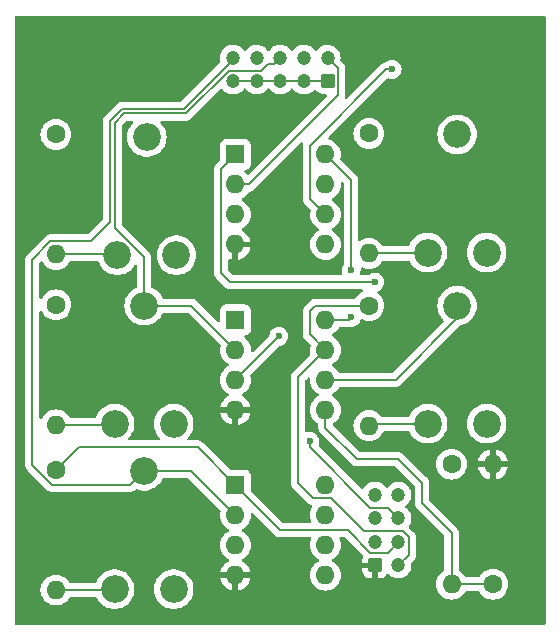
<source format=gbr>
%TF.GenerationSoftware,KiCad,Pcbnew,8.0.8*%
%TF.CreationDate,2025-04-30T14:04:22+02:00*%
%TF.ProjectId,Roboterhand,526f626f-7465-4726-9861-6e642e6b6963,rev?*%
%TF.SameCoordinates,Original*%
%TF.FileFunction,Copper,L1,Top*%
%TF.FilePolarity,Positive*%
%FSLAX46Y46*%
G04 Gerber Fmt 4.6, Leading zero omitted, Abs format (unit mm)*
G04 Created by KiCad (PCBNEW 8.0.8) date 2025-04-30 14:04:22*
%MOMM*%
%LPD*%
G01*
G04 APERTURE LIST*
G04 Aperture macros list*
%AMRoundRect*
0 Rectangle with rounded corners*
0 $1 Rounding radius*
0 $2 $3 $4 $5 $6 $7 $8 $9 X,Y pos of 4 corners*
0 Add a 4 corners polygon primitive as box body*
4,1,4,$2,$3,$4,$5,$6,$7,$8,$9,$2,$3,0*
0 Add four circle primitives for the rounded corners*
1,1,$1+$1,$2,$3*
1,1,$1+$1,$4,$5*
1,1,$1+$1,$6,$7*
1,1,$1+$1,$8,$9*
0 Add four rect primitives between the rounded corners*
20,1,$1+$1,$2,$3,$4,$5,0*
20,1,$1+$1,$4,$5,$6,$7,0*
20,1,$1+$1,$6,$7,$8,$9,0*
20,1,$1+$1,$8,$9,$2,$3,0*%
G04 Aperture macros list end*
%TA.AperFunction,ComponentPad*%
%ADD10C,1.200000*%
%TD*%
%TA.AperFunction,ComponentPad*%
%ADD11RoundRect,0.250000X0.350000X0.350000X-0.350000X0.350000X-0.350000X-0.350000X0.350000X-0.350000X0*%
%TD*%
%TA.AperFunction,ComponentPad*%
%ADD12O,1.600000X1.600000*%
%TD*%
%TA.AperFunction,ComponentPad*%
%ADD13R,1.600000X1.600000*%
%TD*%
%TA.AperFunction,ComponentPad*%
%ADD14C,2.340000*%
%TD*%
%TA.AperFunction,ComponentPad*%
%ADD15C,1.600000*%
%TD*%
%TA.AperFunction,ComponentPad*%
%ADD16RoundRect,0.250000X0.350000X-0.350000X0.350000X0.350000X-0.350000X0.350000X-0.350000X-0.350000X0*%
%TD*%
%TA.AperFunction,ViaPad*%
%ADD17C,0.600000*%
%TD*%
%TA.AperFunction,Conductor*%
%ADD18C,0.200000*%
%TD*%
G04 APERTURE END LIST*
D10*
%TO.P,J10,10,Pin_10*%
%TO.N,Flex5*%
X146000000Y-70000000D03*
%TO.P,J10,9,Pin_9*%
%TO.N,VCC*%
X146000000Y-72000000D03*
%TO.P,J10,8,Pin_8*%
%TO.N,Flex4*%
X148000000Y-70000000D03*
%TO.P,J10,7,Pin_7*%
%TO.N,VCC*%
X148000000Y-72000000D03*
%TO.P,J10,6,Pin_6*%
%TO.N,Flex3*%
X150000000Y-70000000D03*
%TO.P,J10,5,Pin_5*%
%TO.N,VCC*%
X150000000Y-72000000D03*
%TO.P,J10,4,Pin_4*%
%TO.N,Flex2*%
X152000000Y-70000000D03*
%TO.P,J10,3,Pin_3*%
%TO.N,VCC*%
X152000000Y-72000000D03*
%TO.P,J10,2,Pin_2*%
%TO.N,Flex1*%
X154000000Y-70000000D03*
D11*
%TO.P,J10,1,Pin_1*%
%TO.N,VCC*%
X154000000Y-72000000D03*
%TD*%
D12*
%TO.P,U3,8,V+*%
%TO.N,VCC*%
X153820000Y-106200000D03*
%TO.P,U3,7*%
%TO.N,unconnected-(U3-Pad7)*%
X153820000Y-108740000D03*
%TO.P,U3,6,-*%
%TO.N,unconnected-(U3B---Pad6)*%
X153820000Y-111280000D03*
%TO.P,U3,5,+*%
%TO.N,unconnected-(U3B-+-Pad5)*%
X153820000Y-113820000D03*
%TO.P,U3,4,V-*%
%TO.N,GND*%
X146200000Y-113820000D03*
%TO.P,U3,3,+*%
%TO.N,V12*%
X146200000Y-111280000D03*
%TO.P,U3,2,-*%
%TO.N,Flex5*%
X146200000Y-108740000D03*
D13*
%TO.P,U3,1*%
%TO.N,Out5*%
X146200000Y-106200000D03*
%TD*%
%TO.P,U2,1*%
%TO.N,Out3*%
X146200000Y-92200000D03*
D12*
%TO.P,U2,2,-*%
%TO.N,Flex3*%
X146200000Y-94740000D03*
%TO.P,U2,3,+*%
%TO.N,V12*%
X146200000Y-97280000D03*
%TO.P,U2,4,V-*%
%TO.N,GND*%
X146200000Y-99820000D03*
%TO.P,U2,5,+*%
%TO.N,V12*%
X153820000Y-99820000D03*
%TO.P,U2,6,-*%
%TO.N,Flex4*%
X153820000Y-97280000D03*
%TO.P,U2,7*%
%TO.N,Out4*%
X153820000Y-94740000D03*
%TO.P,U2,8,V+*%
%TO.N,VCC*%
X153820000Y-92200000D03*
%TD*%
D13*
%TO.P,U1,1*%
%TO.N,Out1*%
X146200000Y-78200000D03*
D12*
%TO.P,U1,2,-*%
%TO.N,Flex1*%
X146200000Y-80740000D03*
%TO.P,U1,3,+*%
%TO.N,V12*%
X146200000Y-83280000D03*
%TO.P,U1,4,V-*%
%TO.N,GND*%
X146200000Y-85820000D03*
%TO.P,U1,5,+*%
%TO.N,V12*%
X153820000Y-85820000D03*
%TO.P,U1,6,-*%
%TO.N,Flex2*%
X153820000Y-83280000D03*
%TO.P,U1,7*%
%TO.N,Out2*%
X153820000Y-80740000D03*
%TO.P,U1,8,V+*%
%TO.N,VCC*%
X153820000Y-78200000D03*
%TD*%
D14*
%TO.P,RV5,1,1*%
%TO.N,unconnected-(RV5-Pad1)*%
X140975000Y-115000000D03*
%TO.P,RV5,2,2*%
%TO.N,Flex5*%
X138475000Y-105000000D03*
%TO.P,RV5,3,3*%
%TO.N,Net-(R7-Pad2)*%
X135975000Y-115000000D03*
%TD*%
%TO.P,RV4,3,3*%
%TO.N,Net-(R6-Pad2)*%
X162475000Y-101000000D03*
%TO.P,RV4,2,2*%
%TO.N,Flex4*%
X164975000Y-91000000D03*
%TO.P,RV4,1,1*%
%TO.N,unconnected-(RV4-Pad1)*%
X167475000Y-101000000D03*
%TD*%
%TO.P,RV3,1,1*%
%TO.N,unconnected-(RV3-Pad1)*%
X140975000Y-101000000D03*
%TO.P,RV3,2,2*%
%TO.N,Flex3*%
X138475000Y-91000000D03*
%TO.P,RV3,3,3*%
%TO.N,Net-(R5-Pad2)*%
X135975000Y-101000000D03*
%TD*%
%TO.P,RV2,1,1*%
%TO.N,unconnected-(RV2-Pad1)*%
X167475000Y-86500000D03*
%TO.P,RV2,2,2*%
%TO.N,Flex2*%
X164975000Y-76500000D03*
%TO.P,RV2,3,3*%
%TO.N,Net-(R4-Pad2)*%
X162475000Y-86500000D03*
%TD*%
%TO.P,RV1,1,1*%
%TO.N,unconnected-(RV1-Pad1)*%
X141206510Y-86725836D03*
%TO.P,RV1,2,2*%
%TO.N,Flex1*%
X138706510Y-76725836D03*
%TO.P,RV1,3,3*%
%TO.N,Net-(R3-Pad2)*%
X136206510Y-86725836D03*
%TD*%
D15*
%TO.P,R7,1*%
%TO.N,Out5*%
X131000000Y-104920000D03*
D12*
%TO.P,R7,2*%
%TO.N,Net-(R7-Pad2)*%
X131000000Y-115080000D03*
%TD*%
D15*
%TO.P,R6,1*%
%TO.N,Out4*%
X157500000Y-91000000D03*
D12*
%TO.P,R6,2*%
%TO.N,Net-(R6-Pad2)*%
X157500000Y-101160000D03*
%TD*%
D15*
%TO.P,R5,1*%
%TO.N,Out3*%
X131000000Y-90920000D03*
D12*
%TO.P,R5,2*%
%TO.N,Net-(R5-Pad2)*%
X131000000Y-101080000D03*
%TD*%
%TO.P,R4,2*%
%TO.N,Net-(R4-Pad2)*%
X157500000Y-86580000D03*
D15*
%TO.P,R4,1*%
%TO.N,Out2*%
X157500000Y-76420000D03*
%TD*%
%TO.P,R3,1*%
%TO.N,Out1*%
X131000000Y-76500000D03*
D12*
%TO.P,R3,2*%
%TO.N,Net-(R3-Pad2)*%
X131000000Y-86660000D03*
%TD*%
%TO.P,R2,2*%
%TO.N,GND*%
X168000000Y-104420000D03*
D15*
%TO.P,R2,1*%
%TO.N,V12*%
X168000000Y-114580000D03*
%TD*%
D12*
%TO.P,R1,2*%
%TO.N,V12*%
X164500000Y-114580000D03*
D15*
%TO.P,R1,1*%
%TO.N,VCC*%
X164500000Y-104420000D03*
%TD*%
D16*
%TO.P,J1,1,Pin_1*%
%TO.N,GND*%
X158000000Y-113000000D03*
D10*
%TO.P,J1,2,Pin_2*%
%TO.N,Out4*%
X160000000Y-113000000D03*
%TO.P,J1,3,Pin_3*%
%TO.N,unconnected-(J1-Pin_3-Pad3)*%
X158000000Y-111000000D03*
%TO.P,J1,4,Pin_4*%
%TO.N,Out5*%
X160000000Y-111000000D03*
%TO.P,J1,5,Pin_5*%
%TO.N,VCC*%
X158000000Y-109000000D03*
%TO.P,J1,6,Pin_6*%
%TO.N,Out3*%
X160000000Y-109000000D03*
%TO.P,J1,7,Pin_7*%
%TO.N,Out2*%
X158000000Y-107000000D03*
%TO.P,J1,8,Pin_8*%
%TO.N,Out1*%
X160000000Y-107000000D03*
%TD*%
D17*
%TO.N,Flex2*%
X159464365Y-71000000D03*
%TO.N,VCC*%
X156000000Y-92000000D03*
X156000000Y-88000000D03*
%TO.N,V12*%
X149880000Y-93600000D03*
%TO.N,Out1*%
X158000000Y-89000000D03*
%TO.N,Out3*%
X152500000Y-102500000D03*
%TD*%
D18*
%TO.N,Flex5*%
X138475000Y-105000000D02*
X137305001Y-106169999D01*
X137305001Y-106169999D02*
X130694364Y-106169999D01*
X129000000Y-104475635D02*
X129000000Y-87104365D01*
X130694364Y-106169999D02*
X129000000Y-104475635D01*
X129000000Y-87104365D02*
X130544365Y-85560000D01*
X146000000Y-70161521D02*
X146000000Y-70000000D01*
X130544365Y-85560000D02*
X133940000Y-85560000D01*
X133940000Y-85560000D02*
X135600000Y-83900000D01*
X135600000Y-83900000D02*
X135600000Y-75334314D01*
X135600000Y-75334314D02*
X135834315Y-75100000D01*
X135834315Y-75100000D02*
X136607107Y-74327207D01*
X136607107Y-74327207D02*
X141834314Y-74327207D01*
X141834314Y-74327207D02*
X146000000Y-70161521D01*
%TO.N,Out5*%
X146200000Y-106200000D02*
X150000000Y-110000000D01*
X150000000Y-110000000D02*
X155700000Y-110000000D01*
X155700000Y-110000000D02*
X157600000Y-111900000D01*
X157600000Y-111900000D02*
X159100000Y-111900000D01*
X159100000Y-111900000D02*
X160000000Y-111000000D01*
%TO.N,Flex2*%
X153820000Y-83280000D02*
X152500000Y-81960000D01*
X152500000Y-81960000D02*
X152500000Y-77482182D01*
X152500000Y-77482182D02*
X158982182Y-71000000D01*
X158982182Y-71000000D02*
X159464365Y-71000000D01*
%TO.N,Out4*%
X157500000Y-91000000D02*
X152982182Y-91000000D01*
X152982182Y-91000000D02*
X152500000Y-91482182D01*
X152500000Y-91482182D02*
X152500000Y-93420000D01*
X152500000Y-93420000D02*
X153820000Y-94740000D01*
%TO.N,VCC*%
X153820000Y-92200000D02*
X155800000Y-92200000D01*
X155800000Y-92200000D02*
X156000000Y-92000000D01*
%TO.N,Flex4*%
X164975000Y-91000000D02*
X164975000Y-92075000D01*
X164975000Y-92075000D02*
X159770000Y-97280000D01*
X159770000Y-97280000D02*
X153820000Y-97280000D01*
%TO.N,VCC*%
X156000000Y-80380000D02*
X156000000Y-88000000D01*
X153820000Y-78200000D02*
X156000000Y-80380000D01*
%TO.N,V12*%
X146200000Y-97280000D02*
X149880000Y-93600000D01*
%TO.N,Out1*%
X158000000Y-89000000D02*
X145744365Y-89000000D01*
X145744365Y-89000000D02*
X145000000Y-88255635D01*
X145000000Y-88255635D02*
X145000000Y-79400000D01*
X145000000Y-79400000D02*
X146200000Y-78200000D01*
%TO.N,Out3*%
X152500000Y-103000000D02*
X152500000Y-102500000D01*
X157600000Y-108100000D02*
X152500000Y-103000000D01*
X159100000Y-108100000D02*
X157600000Y-108100000D01*
X160000000Y-109000000D02*
X159100000Y-108100000D01*
%TO.N,Out4*%
X160000000Y-113000000D02*
X160900000Y-112100000D01*
X160900000Y-112100000D02*
X160900000Y-110627207D01*
X157100000Y-110100000D02*
X154300000Y-107300000D01*
X160900000Y-110627207D02*
X160372793Y-110100000D01*
X152800000Y-107300000D02*
X151500000Y-106000000D01*
X160372793Y-110100000D02*
X157100000Y-110100000D01*
X154300000Y-107300000D02*
X152800000Y-107300000D01*
X151500000Y-106000000D02*
X151500000Y-97060000D01*
X151500000Y-97060000D02*
X153820000Y-94740000D01*
%TO.N,Flex3*%
X136000000Y-75500000D02*
X136000000Y-84440432D01*
X136000000Y-75500000D02*
X136772793Y-74727207D01*
X136772793Y-74727207D02*
X142000000Y-74727207D01*
X150000000Y-70000000D02*
X149500000Y-70500000D01*
X149500000Y-70500000D02*
X148972792Y-70500000D01*
X148972792Y-70500000D02*
X148372792Y-71100000D01*
X145627207Y-71100000D02*
X142000000Y-74727207D01*
X136000000Y-84440432D02*
X138475000Y-86915432D01*
X148372792Y-71100000D02*
X145627207Y-71100000D01*
X138475000Y-86915432D02*
X138475000Y-91000000D01*
%TO.N,Flex1*%
X154000000Y-70000000D02*
X154900000Y-70900000D01*
X154900000Y-70900000D02*
X154900000Y-73171370D01*
X154900000Y-73171370D02*
X147331370Y-80740000D01*
X147331370Y-80740000D02*
X146200000Y-80740000D01*
%TO.N,Flex3*%
X138475000Y-91000000D02*
X142460000Y-91000000D01*
X142460000Y-91000000D02*
X146200000Y-94740000D01*
%TO.N,Flex5*%
X138475000Y-105000000D02*
X142460000Y-105000000D01*
X142460000Y-105000000D02*
X146200000Y-108740000D01*
%TO.N,Out5*%
X146200000Y-106200000D02*
X143000000Y-103000000D01*
X143000000Y-103000000D02*
X132920000Y-103000000D01*
X132920000Y-103000000D02*
X131000000Y-104920000D01*
%TO.N,Net-(R7-Pad2)*%
X131000000Y-115080000D02*
X135895000Y-115080000D01*
X135895000Y-115080000D02*
X135975000Y-115000000D01*
%TO.N,Net-(R3-Pad2)*%
X131000000Y-86660000D02*
X136140674Y-86660000D01*
X136140674Y-86660000D02*
X136206510Y-86725836D01*
%TO.N,Net-(R5-Pad2)*%
X131000000Y-101080000D02*
X135895000Y-101080000D01*
X135895000Y-101080000D02*
X135975000Y-101000000D01*
%TO.N,VCC*%
X146000000Y-72000000D02*
X154000000Y-72000000D01*
%TO.N,V12*%
X162000000Y-107727207D02*
X162000000Y-106000000D01*
X164500000Y-110227207D02*
X162000000Y-107727207D01*
X164500000Y-114580000D02*
X164500000Y-110227207D01*
X160000000Y-104000000D02*
X156500000Y-104000000D01*
X162000000Y-106000000D02*
X160000000Y-104000000D01*
X156500000Y-104000000D02*
X153820000Y-101320000D01*
X153820000Y-101320000D02*
X153820000Y-99820000D01*
%TO.N,Net-(R6-Pad2)*%
X162475000Y-101000000D02*
X157660000Y-101000000D01*
X157660000Y-101000000D02*
X157500000Y-101160000D01*
%TO.N,Net-(R4-Pad2)*%
X157500000Y-86580000D02*
X162395000Y-86580000D01*
X162395000Y-86580000D02*
X162475000Y-86500000D01*
%TO.N,V12*%
X168000000Y-114580000D02*
X164500000Y-114580000D01*
%TD*%
%TA.AperFunction,Conductor*%
%TO.N,GND*%
G36*
X147079727Y-72620185D02*
G01*
X147111642Y-72649773D01*
X147183237Y-72744581D01*
X147333958Y-72881980D01*
X147333960Y-72881982D01*
X147432040Y-72942710D01*
X147507363Y-72989348D01*
X147697544Y-73063024D01*
X147898024Y-73100500D01*
X147898026Y-73100500D01*
X148101974Y-73100500D01*
X148101976Y-73100500D01*
X148302456Y-73063024D01*
X148492637Y-72989348D01*
X148666041Y-72881981D01*
X148816764Y-72744579D01*
X148888358Y-72649773D01*
X148944467Y-72608137D01*
X148987312Y-72600500D01*
X149012688Y-72600500D01*
X149079727Y-72620185D01*
X149111642Y-72649773D01*
X149183237Y-72744581D01*
X149333958Y-72881980D01*
X149333960Y-72881982D01*
X149432040Y-72942710D01*
X149507363Y-72989348D01*
X149697544Y-73063024D01*
X149898024Y-73100500D01*
X149898026Y-73100500D01*
X150101974Y-73100500D01*
X150101976Y-73100500D01*
X150302456Y-73063024D01*
X150492637Y-72989348D01*
X150666041Y-72881981D01*
X150816764Y-72744579D01*
X150888358Y-72649773D01*
X150944467Y-72608137D01*
X150987312Y-72600500D01*
X151012688Y-72600500D01*
X151079727Y-72620185D01*
X151111642Y-72649773D01*
X151183237Y-72744581D01*
X151333958Y-72881980D01*
X151333960Y-72881982D01*
X151432040Y-72942710D01*
X151507363Y-72989348D01*
X151697544Y-73063024D01*
X151898024Y-73100500D01*
X151898026Y-73100500D01*
X152101974Y-73100500D01*
X152101976Y-73100500D01*
X152302456Y-73063024D01*
X152492637Y-72989348D01*
X152666041Y-72881981D01*
X152816764Y-72744579D01*
X152816766Y-72744577D01*
X152820625Y-72740344D01*
X152822182Y-72741763D01*
X152870770Y-72705674D01*
X152940480Y-72700949D01*
X153001677Y-72734662D01*
X153019206Y-72756916D01*
X153057288Y-72818656D01*
X153181344Y-72942712D01*
X153330666Y-73034814D01*
X153497203Y-73089999D01*
X153599991Y-73100500D01*
X153822272Y-73100499D01*
X153889311Y-73120183D01*
X153935066Y-73172987D01*
X153945010Y-73242145D01*
X153915985Y-73305701D01*
X153909953Y-73312180D01*
X147348341Y-79873792D01*
X147287018Y-79907277D01*
X147217326Y-79902293D01*
X147172979Y-79873792D01*
X147039143Y-79739956D01*
X147014536Y-79722726D01*
X146970912Y-79668149D01*
X146963719Y-79598650D01*
X146995241Y-79536296D01*
X147055471Y-79500882D01*
X147072404Y-79497861D01*
X147107483Y-79494091D01*
X147242331Y-79443796D01*
X147357546Y-79357546D01*
X147443796Y-79242331D01*
X147494091Y-79107483D01*
X147500500Y-79047873D01*
X147500499Y-77352128D01*
X147494091Y-77292517D01*
X147478381Y-77250397D01*
X147443797Y-77157671D01*
X147443793Y-77157664D01*
X147357547Y-77042455D01*
X147357544Y-77042452D01*
X147242335Y-76956206D01*
X147242328Y-76956202D01*
X147107482Y-76905908D01*
X147107483Y-76905908D01*
X147047883Y-76899501D01*
X147047881Y-76899500D01*
X147047873Y-76899500D01*
X147047864Y-76899500D01*
X145352129Y-76899500D01*
X145352123Y-76899501D01*
X145292516Y-76905908D01*
X145157671Y-76956202D01*
X145157664Y-76956206D01*
X145042455Y-77042452D01*
X145042452Y-77042455D01*
X144956206Y-77157664D01*
X144956202Y-77157671D01*
X144905908Y-77292517D01*
X144902064Y-77328279D01*
X144899501Y-77352123D01*
X144899500Y-77352135D01*
X144899500Y-78599902D01*
X144879815Y-78666941D01*
X144863181Y-78687583D01*
X144519481Y-79031282D01*
X144519479Y-79031285D01*
X144475488Y-79107482D01*
X144475486Y-79107484D01*
X144440425Y-79168209D01*
X144440423Y-79168212D01*
X144420564Y-79242328D01*
X144399499Y-79320943D01*
X144399499Y-79320945D01*
X144399499Y-79489046D01*
X144399500Y-79489059D01*
X144399500Y-88168965D01*
X144399499Y-88168983D01*
X144399499Y-88334689D01*
X144399498Y-88334689D01*
X144406018Y-88359020D01*
X144416016Y-88396335D01*
X144440424Y-88487422D01*
X144458932Y-88519478D01*
X144458933Y-88519480D01*
X144519477Y-88624347D01*
X144519481Y-88624352D01*
X144638349Y-88743220D01*
X144638355Y-88743225D01*
X145259504Y-89364374D01*
X145259514Y-89364385D01*
X145263844Y-89368715D01*
X145263845Y-89368716D01*
X145375649Y-89480520D01*
X145462460Y-89530639D01*
X145462462Y-89530641D01*
X145494682Y-89549243D01*
X145512580Y-89559577D01*
X145665308Y-89600500D01*
X145823422Y-89600500D01*
X156864665Y-89600500D01*
X156931704Y-89620185D01*
X156977459Y-89672989D01*
X156987403Y-89742147D01*
X156958378Y-89805703D01*
X156917071Y-89836881D01*
X156889101Y-89849923D01*
X156847267Y-89869431D01*
X156847265Y-89869432D01*
X156660858Y-89999954D01*
X156499954Y-90160858D01*
X156425449Y-90267265D01*
X156369881Y-90346624D01*
X156315307Y-90390248D01*
X156268308Y-90399500D01*
X153061239Y-90399500D01*
X152903124Y-90399500D01*
X152750397Y-90440423D01*
X152750396Y-90440423D01*
X152750394Y-90440424D01*
X152750391Y-90440425D01*
X152700278Y-90469359D01*
X152700277Y-90469360D01*
X152656871Y-90494420D01*
X152613467Y-90519479D01*
X152613464Y-90519481D01*
X152019481Y-91113464D01*
X152019477Y-91113469D01*
X151993963Y-91157664D01*
X151993960Y-91157669D01*
X151940423Y-91250397D01*
X151899499Y-91403125D01*
X151899499Y-91403127D01*
X151899499Y-91571228D01*
X151899500Y-91571241D01*
X151899500Y-93333330D01*
X151899499Y-93333348D01*
X151899499Y-93499054D01*
X151899498Y-93499054D01*
X151940423Y-93651786D01*
X151956167Y-93679053D01*
X151956168Y-93679058D01*
X151956170Y-93679058D01*
X152019479Y-93788714D01*
X152019481Y-93788717D01*
X152138349Y-93907585D01*
X152138355Y-93907590D01*
X152528058Y-94297293D01*
X152561543Y-94358616D01*
X152560152Y-94417067D01*
X152534366Y-94513302D01*
X152534364Y-94513313D01*
X152514532Y-94739998D01*
X152514532Y-94740001D01*
X152534364Y-94966686D01*
X152534366Y-94966697D01*
X152560152Y-95062931D01*
X152558489Y-95132781D01*
X152528058Y-95182705D01*
X151131286Y-96579478D01*
X151019481Y-96691282D01*
X151019477Y-96691287D01*
X151002658Y-96720421D01*
X151002657Y-96720423D01*
X150940423Y-96828215D01*
X150899499Y-96980943D01*
X150899499Y-96980945D01*
X150899499Y-97149046D01*
X150899500Y-97149059D01*
X150899500Y-105913330D01*
X150899499Y-105913348D01*
X150899499Y-106079054D01*
X150899498Y-106079054D01*
X150899499Y-106079057D01*
X150940423Y-106231785D01*
X150967716Y-106279057D01*
X151019479Y-106368714D01*
X151019481Y-106368717D01*
X151138349Y-106487585D01*
X151138354Y-106487589D01*
X152431284Y-107780520D01*
X152431286Y-107780521D01*
X152431290Y-107780524D01*
X152475874Y-107806264D01*
X152568216Y-107859577D01*
X152633471Y-107877062D01*
X152693129Y-107913426D01*
X152723658Y-107976273D01*
X152715363Y-108045649D01*
X152702953Y-108067956D01*
X152689430Y-108087269D01*
X152593261Y-108293502D01*
X152593258Y-108293511D01*
X152534366Y-108513302D01*
X152534364Y-108513313D01*
X152514532Y-108739998D01*
X152514532Y-108740001D01*
X152534364Y-108966686D01*
X152534366Y-108966697D01*
X152593258Y-109186488D01*
X152593259Y-109186491D01*
X152593261Y-109186496D01*
X152610328Y-109223097D01*
X152620820Y-109292172D01*
X152592301Y-109355956D01*
X152533825Y-109394196D01*
X152497946Y-109399500D01*
X150300098Y-109399500D01*
X150233059Y-109379815D01*
X150212417Y-109363181D01*
X147536818Y-106687582D01*
X147503333Y-106626259D01*
X147500499Y-106599901D01*
X147500499Y-105352129D01*
X147500498Y-105352123D01*
X147494091Y-105292516D01*
X147443797Y-105157671D01*
X147443793Y-105157664D01*
X147357547Y-105042455D01*
X147357544Y-105042452D01*
X147242335Y-104956206D01*
X147242328Y-104956202D01*
X147107482Y-104905908D01*
X147107483Y-104905908D01*
X147047883Y-104899501D01*
X147047881Y-104899500D01*
X147047873Y-104899500D01*
X147047865Y-104899500D01*
X145800097Y-104899500D01*
X145733058Y-104879815D01*
X145712416Y-104863181D01*
X143487590Y-102638355D01*
X143487588Y-102638352D01*
X143368717Y-102519481D01*
X143368712Y-102519477D01*
X143240812Y-102445635D01*
X143240810Y-102445634D01*
X143240808Y-102445633D01*
X143231785Y-102440423D01*
X143079057Y-102399499D01*
X142920943Y-102399499D01*
X142913347Y-102399499D01*
X142913331Y-102399500D01*
X142238638Y-102399500D01*
X142171599Y-102379815D01*
X142125844Y-102327011D01*
X142115900Y-102257853D01*
X142144925Y-102194297D01*
X142154297Y-102184601D01*
X142202993Y-102139418D01*
X142202993Y-102139416D01*
X142202997Y-102139414D01*
X142359102Y-101943665D01*
X142484289Y-101726835D01*
X142575760Y-101493769D01*
X142631474Y-101249673D01*
X142632129Y-101240939D01*
X142650184Y-101000004D01*
X142650184Y-100999995D01*
X142631475Y-100750336D01*
X142631474Y-100750331D01*
X142631474Y-100750327D01*
X142575760Y-100506231D01*
X142484289Y-100273165D01*
X142359102Y-100056335D01*
X142202997Y-99860586D01*
X142202996Y-99860585D01*
X142202993Y-99860581D01*
X142019460Y-99690288D01*
X141983258Y-99665606D01*
X141812592Y-99549248D01*
X141812588Y-99549246D01*
X141812585Y-99549244D01*
X141812584Y-99549243D01*
X141587015Y-99440616D01*
X141587017Y-99440616D01*
X141347765Y-99366816D01*
X141347759Y-99366814D01*
X141100194Y-99329500D01*
X141100187Y-99329500D01*
X140849813Y-99329500D01*
X140849805Y-99329500D01*
X140602240Y-99366814D01*
X140602234Y-99366816D01*
X140362983Y-99440616D01*
X140137415Y-99549243D01*
X140137414Y-99549244D01*
X139930539Y-99690288D01*
X139747006Y-99860581D01*
X139590898Y-100056335D01*
X139465711Y-100273164D01*
X139374242Y-100506225D01*
X139374236Y-100506244D01*
X139318525Y-100750331D01*
X139318524Y-100750336D01*
X139299816Y-100999995D01*
X139299816Y-101000004D01*
X139318524Y-101249663D01*
X139318525Y-101249668D01*
X139374236Y-101493755D01*
X139374238Y-101493764D01*
X139374240Y-101493769D01*
X139465711Y-101726835D01*
X139590898Y-101943665D01*
X139635139Y-101999141D01*
X139747006Y-102139418D01*
X139795703Y-102184601D01*
X139831458Y-102244629D01*
X139829083Y-102314458D01*
X139789333Y-102371919D01*
X139724827Y-102398767D01*
X139711362Y-102399500D01*
X137238638Y-102399500D01*
X137171599Y-102379815D01*
X137125844Y-102327011D01*
X137115900Y-102257853D01*
X137144925Y-102194297D01*
X137154297Y-102184601D01*
X137202993Y-102139418D01*
X137202993Y-102139416D01*
X137202997Y-102139414D01*
X137359102Y-101943665D01*
X137484289Y-101726835D01*
X137575760Y-101493769D01*
X137631474Y-101249673D01*
X137632129Y-101240939D01*
X137650184Y-101000004D01*
X137650184Y-100999995D01*
X137631475Y-100750336D01*
X137631474Y-100750331D01*
X137631474Y-100750327D01*
X137575760Y-100506231D01*
X137484289Y-100273165D01*
X137359102Y-100056335D01*
X137202997Y-99860586D01*
X137202996Y-99860585D01*
X137202993Y-99860581D01*
X137019460Y-99690288D01*
X136983258Y-99665606D01*
X136812592Y-99549248D01*
X136812588Y-99549246D01*
X136812585Y-99549244D01*
X136812584Y-99549243D01*
X136587015Y-99440616D01*
X136587017Y-99440616D01*
X136347765Y-99366816D01*
X136347759Y-99366814D01*
X136100194Y-99329500D01*
X136100187Y-99329500D01*
X135849813Y-99329500D01*
X135849805Y-99329500D01*
X135602240Y-99366814D01*
X135602234Y-99366816D01*
X135362983Y-99440616D01*
X135137415Y-99549243D01*
X135137414Y-99549244D01*
X134930539Y-99690288D01*
X134747006Y-99860581D01*
X134590898Y-100056335D01*
X134465711Y-100273164D01*
X134415617Y-100400802D01*
X134372801Y-100456016D01*
X134306931Y-100479317D01*
X134300189Y-100479500D01*
X132231692Y-100479500D01*
X132164653Y-100459815D01*
X132130119Y-100426625D01*
X132000047Y-100240861D01*
X132000045Y-100240858D01*
X131839141Y-100079954D01*
X131652734Y-99949432D01*
X131652732Y-99949431D01*
X131446497Y-99853261D01*
X131446488Y-99853258D01*
X131226697Y-99794366D01*
X131226693Y-99794365D01*
X131226692Y-99794365D01*
X131226691Y-99794364D01*
X131226686Y-99794364D01*
X131000002Y-99774532D01*
X130999998Y-99774532D01*
X130773313Y-99794364D01*
X130773302Y-99794366D01*
X130553511Y-99853258D01*
X130553502Y-99853261D01*
X130347267Y-99949431D01*
X130347265Y-99949432D01*
X130160858Y-100079954D01*
X129999954Y-100240858D01*
X129869432Y-100427265D01*
X129869431Y-100427267D01*
X129836882Y-100497069D01*
X129790709Y-100549508D01*
X129723515Y-100568660D01*
X129656634Y-100548444D01*
X129611300Y-100495278D01*
X129600500Y-100444664D01*
X129600500Y-91555335D01*
X129620185Y-91488296D01*
X129672989Y-91442541D01*
X129742147Y-91432597D01*
X129805703Y-91461622D01*
X129836882Y-91502930D01*
X129869431Y-91572732D01*
X129869432Y-91572734D01*
X129999954Y-91759141D01*
X130160858Y-91920045D01*
X130160861Y-91920047D01*
X130347266Y-92050568D01*
X130553504Y-92146739D01*
X130553509Y-92146740D01*
X130553511Y-92146741D01*
X130606415Y-92160916D01*
X130773308Y-92205635D01*
X130935230Y-92219801D01*
X130999998Y-92225468D01*
X131000000Y-92225468D01*
X131000002Y-92225468D01*
X131056673Y-92220509D01*
X131226692Y-92205635D01*
X131446496Y-92146739D01*
X131652734Y-92050568D01*
X131839139Y-91920047D01*
X132000047Y-91759139D01*
X132130568Y-91572734D01*
X132226739Y-91366496D01*
X132285635Y-91146692D01*
X132305468Y-90920000D01*
X132303674Y-90899500D01*
X132299801Y-90855230D01*
X132285635Y-90693308D01*
X132226739Y-90473504D01*
X132130568Y-90267266D01*
X132000047Y-90080861D01*
X132000045Y-90080858D01*
X131839141Y-89919954D01*
X131652734Y-89789432D01*
X131652732Y-89789431D01*
X131446497Y-89693261D01*
X131446488Y-89693258D01*
X131226697Y-89634366D01*
X131226693Y-89634365D01*
X131226692Y-89634365D01*
X131226691Y-89634364D01*
X131226686Y-89634364D01*
X131000002Y-89614532D01*
X130999998Y-89614532D01*
X130773313Y-89634364D01*
X130773302Y-89634366D01*
X130553511Y-89693258D01*
X130553502Y-89693261D01*
X130347267Y-89789431D01*
X130347265Y-89789432D01*
X130160858Y-89919954D01*
X129999954Y-90080858D01*
X129869432Y-90267265D01*
X129869431Y-90267267D01*
X129836882Y-90337069D01*
X129790709Y-90389508D01*
X129723515Y-90408660D01*
X129656634Y-90388444D01*
X129611300Y-90335278D01*
X129600500Y-90284664D01*
X129600500Y-87404461D01*
X129620185Y-87337422D01*
X129636809Y-87316790D01*
X129671525Y-87282073D01*
X129732843Y-87248591D01*
X129802535Y-87253575D01*
X129858469Y-87295445D01*
X129866207Y-87308341D01*
X129866724Y-87308043D01*
X129869432Y-87312734D01*
X129999954Y-87499141D01*
X130160858Y-87660045D01*
X130160861Y-87660047D01*
X130347266Y-87790568D01*
X130553504Y-87886739D01*
X130773308Y-87945635D01*
X130935230Y-87959801D01*
X130999998Y-87965468D01*
X131000000Y-87965468D01*
X131000002Y-87965468D01*
X131056673Y-87960509D01*
X131226692Y-87945635D01*
X131446496Y-87886739D01*
X131652734Y-87790568D01*
X131839139Y-87660047D01*
X132000047Y-87499139D01*
X132130118Y-87313375D01*
X132184693Y-87269752D01*
X132231692Y-87260500D01*
X134537258Y-87260500D01*
X134604297Y-87280185D01*
X134650052Y-87332989D01*
X134652686Y-87339198D01*
X134697221Y-87452671D01*
X134697220Y-87452671D01*
X134742069Y-87530350D01*
X134822408Y-87669501D01*
X134918955Y-87790567D01*
X134978516Y-87865254D01*
X135104227Y-87981896D01*
X135162050Y-88035548D01*
X135368918Y-88176588D01*
X135368923Y-88176590D01*
X135368924Y-88176591D01*
X135368925Y-88176592D01*
X135447913Y-88214630D01*
X135594493Y-88285219D01*
X135594494Y-88285219D01*
X135594497Y-88285221D01*
X135833746Y-88359020D01*
X135833747Y-88359020D01*
X135833750Y-88359021D01*
X136081315Y-88396335D01*
X136081320Y-88396335D01*
X136081323Y-88396336D01*
X136081324Y-88396336D01*
X136331696Y-88396336D01*
X136331697Y-88396336D01*
X136331704Y-88396335D01*
X136579269Y-88359021D01*
X136579270Y-88359020D01*
X136579274Y-88359020D01*
X136818523Y-88285221D01*
X137007042Y-88194435D01*
X137044094Y-88176592D01*
X137044094Y-88176591D01*
X137044102Y-88176588D01*
X137250970Y-88035548D01*
X137411345Y-87886741D01*
X137434503Y-87865254D01*
X137434503Y-87865252D01*
X137434507Y-87865250D01*
X137590612Y-87669501D01*
X137643113Y-87578565D01*
X137693680Y-87530350D01*
X137762287Y-87517127D01*
X137827152Y-87543095D01*
X137867680Y-87600009D01*
X137874500Y-87640566D01*
X137874500Y-89357155D01*
X137854815Y-89424194D01*
X137804302Y-89468875D01*
X137637412Y-89549245D01*
X137430539Y-89690288D01*
X137247006Y-89860581D01*
X137090898Y-90056335D01*
X136965711Y-90273164D01*
X136874242Y-90506225D01*
X136874236Y-90506244D01*
X136818525Y-90750331D01*
X136818524Y-90750336D01*
X136799816Y-90999995D01*
X136799816Y-91000004D01*
X136818524Y-91249663D01*
X136818525Y-91249668D01*
X136874236Y-91493755D01*
X136874238Y-91493764D01*
X136874240Y-91493769D01*
X136965711Y-91726835D01*
X137090898Y-91943665D01*
X137176150Y-92050567D01*
X137247006Y-92139418D01*
X137380387Y-92263177D01*
X137430540Y-92309712D01*
X137637408Y-92450752D01*
X137637413Y-92450754D01*
X137637414Y-92450755D01*
X137637415Y-92450756D01*
X137744370Y-92502262D01*
X137862983Y-92559383D01*
X137862984Y-92559383D01*
X137862987Y-92559385D01*
X138102236Y-92633184D01*
X138102237Y-92633184D01*
X138102240Y-92633185D01*
X138349805Y-92670499D01*
X138349810Y-92670499D01*
X138349813Y-92670500D01*
X138349814Y-92670500D01*
X138600186Y-92670500D01*
X138600187Y-92670500D01*
X138600194Y-92670499D01*
X138847759Y-92633185D01*
X138847760Y-92633184D01*
X138847764Y-92633184D01*
X139087013Y-92559385D01*
X139312592Y-92450752D01*
X139519460Y-92309712D01*
X139681461Y-92159397D01*
X139702993Y-92139418D01*
X139702993Y-92139416D01*
X139702997Y-92139414D01*
X139859102Y-91943665D01*
X139984289Y-91726835D01*
X140002985Y-91679195D01*
X140045800Y-91623984D01*
X140111670Y-91600683D01*
X140118413Y-91600500D01*
X142159903Y-91600500D01*
X142226942Y-91620185D01*
X142247584Y-91636819D01*
X144908058Y-94297293D01*
X144941543Y-94358616D01*
X144940152Y-94417067D01*
X144914366Y-94513302D01*
X144914364Y-94513313D01*
X144894532Y-94739998D01*
X144894532Y-94740001D01*
X144914364Y-94966686D01*
X144914366Y-94966697D01*
X144973258Y-95186488D01*
X144973261Y-95186497D01*
X145069431Y-95392732D01*
X145069432Y-95392734D01*
X145199954Y-95579141D01*
X145360858Y-95740045D01*
X145360861Y-95740047D01*
X145547266Y-95870568D01*
X145605275Y-95897618D01*
X145657714Y-95943791D01*
X145676866Y-96010984D01*
X145656650Y-96077865D01*
X145605275Y-96122382D01*
X145547267Y-96149431D01*
X145547265Y-96149432D01*
X145360858Y-96279954D01*
X145199954Y-96440858D01*
X145069432Y-96627265D01*
X145069431Y-96627267D01*
X144973261Y-96833502D01*
X144973258Y-96833511D01*
X144914366Y-97053302D01*
X144914364Y-97053313D01*
X144894532Y-97279998D01*
X144894532Y-97280001D01*
X144914364Y-97506686D01*
X144914366Y-97506697D01*
X144973258Y-97726488D01*
X144973261Y-97726497D01*
X145069431Y-97932732D01*
X145069432Y-97932734D01*
X145199954Y-98119141D01*
X145360858Y-98280045D01*
X145360861Y-98280047D01*
X145547266Y-98410568D01*
X145605865Y-98437893D01*
X145658305Y-98484065D01*
X145677457Y-98551258D01*
X145657242Y-98618139D01*
X145605867Y-98662657D01*
X145547515Y-98689867D01*
X145361179Y-98820342D01*
X145200342Y-98981179D01*
X145069865Y-99167517D01*
X144973734Y-99373673D01*
X144973730Y-99373682D01*
X144921127Y-99569999D01*
X144921128Y-99570000D01*
X145884314Y-99570000D01*
X145879920Y-99574394D01*
X145827259Y-99665606D01*
X145800000Y-99767339D01*
X145800000Y-99872661D01*
X145827259Y-99974394D01*
X145879920Y-100065606D01*
X145884314Y-100070000D01*
X144921128Y-100070000D01*
X144973730Y-100266317D01*
X144973734Y-100266326D01*
X145069865Y-100472482D01*
X145200342Y-100658820D01*
X145361179Y-100819657D01*
X145547517Y-100950134D01*
X145753673Y-101046265D01*
X145753682Y-101046269D01*
X145949999Y-101098872D01*
X145950000Y-101098871D01*
X145950000Y-100135686D01*
X145954394Y-100140080D01*
X146045606Y-100192741D01*
X146147339Y-100220000D01*
X146252661Y-100220000D01*
X146354394Y-100192741D01*
X146445606Y-100140080D01*
X146450000Y-100135686D01*
X146450000Y-101098872D01*
X146646317Y-101046269D01*
X146646326Y-101046265D01*
X146852482Y-100950134D01*
X147038820Y-100819657D01*
X147199657Y-100658820D01*
X147330134Y-100472482D01*
X147426265Y-100266326D01*
X147426269Y-100266317D01*
X147478872Y-100070000D01*
X146515686Y-100070000D01*
X146520080Y-100065606D01*
X146572741Y-99974394D01*
X146600000Y-99872661D01*
X146600000Y-99767339D01*
X146572741Y-99665606D01*
X146520080Y-99574394D01*
X146515686Y-99570000D01*
X147478872Y-99570000D01*
X147478872Y-99569999D01*
X147426269Y-99373682D01*
X147426265Y-99373673D01*
X147330134Y-99167517D01*
X147199657Y-98981179D01*
X147038820Y-98820342D01*
X146852482Y-98689865D01*
X146794133Y-98662657D01*
X146741694Y-98616484D01*
X146722542Y-98549291D01*
X146742758Y-98482410D01*
X146794129Y-98437895D01*
X146852734Y-98410568D01*
X147039139Y-98280047D01*
X147200047Y-98119139D01*
X147330568Y-97932734D01*
X147426739Y-97726496D01*
X147485635Y-97506692D01*
X147505468Y-97280000D01*
X147504804Y-97272415D01*
X147489603Y-97098663D01*
X147485635Y-97053308D01*
X147459847Y-96957066D01*
X147461510Y-96887217D01*
X147491939Y-96837294D01*
X149898535Y-94430698D01*
X149959856Y-94397215D01*
X149972311Y-94395163D01*
X150059255Y-94385368D01*
X150229522Y-94325789D01*
X150382262Y-94229816D01*
X150509816Y-94102262D01*
X150605789Y-93949522D01*
X150665368Y-93779255D01*
X150669796Y-93739954D01*
X150685565Y-93600003D01*
X150685565Y-93599996D01*
X150665369Y-93420750D01*
X150665368Y-93420745D01*
X150605788Y-93250476D01*
X150515939Y-93107483D01*
X150509816Y-93097738D01*
X150382262Y-92970184D01*
X150229523Y-92874211D01*
X150059254Y-92814631D01*
X150059249Y-92814630D01*
X149880004Y-92794435D01*
X149879996Y-92794435D01*
X149700750Y-92814630D01*
X149700745Y-92814631D01*
X149530476Y-92874211D01*
X149377737Y-92970184D01*
X149250184Y-93097737D01*
X149154210Y-93250478D01*
X149094630Y-93420750D01*
X149084837Y-93507668D01*
X149057770Y-93572082D01*
X149049298Y-93581465D01*
X147709428Y-94921335D01*
X147648105Y-94954820D01*
X147578413Y-94949836D01*
X147522480Y-94907964D01*
X147498063Y-94842500D01*
X147498218Y-94822857D01*
X147505468Y-94740000D01*
X147485635Y-94513308D01*
X147426739Y-94293504D01*
X147330568Y-94087266D01*
X147200047Y-93900861D01*
X147200045Y-93900858D01*
X147039143Y-93739956D01*
X147014536Y-93722726D01*
X146970912Y-93668149D01*
X146963719Y-93598650D01*
X146995241Y-93536296D01*
X147055471Y-93500882D01*
X147072404Y-93497861D01*
X147107483Y-93494091D01*
X147242331Y-93443796D01*
X147357546Y-93357546D01*
X147443796Y-93242331D01*
X147494091Y-93107483D01*
X147500500Y-93047873D01*
X147500499Y-91352128D01*
X147494091Y-91292517D01*
X147494091Y-91292516D01*
X147443797Y-91157670D01*
X147443793Y-91157664D01*
X147357547Y-91042455D01*
X147357544Y-91042452D01*
X147242335Y-90956206D01*
X147242328Y-90956202D01*
X147107482Y-90905908D01*
X147107483Y-90905908D01*
X147047883Y-90899501D01*
X147047881Y-90899500D01*
X147047873Y-90899500D01*
X147047864Y-90899500D01*
X145352129Y-90899500D01*
X145352123Y-90899501D01*
X145292516Y-90905908D01*
X145157671Y-90956202D01*
X145157664Y-90956206D01*
X145042455Y-91042452D01*
X145042452Y-91042455D01*
X144956206Y-91157664D01*
X144956203Y-91157670D01*
X144905908Y-91292517D01*
X144899501Y-91352116D01*
X144899501Y-91352123D01*
X144899500Y-91352135D01*
X144899500Y-92290903D01*
X144879815Y-92357942D01*
X144827011Y-92403697D01*
X144757853Y-92413641D01*
X144694297Y-92384616D01*
X144687819Y-92378584D01*
X142947590Y-90638355D01*
X142947588Y-90638352D01*
X142828717Y-90519481D01*
X142828716Y-90519480D01*
X142741904Y-90469360D01*
X142741904Y-90469359D01*
X142741900Y-90469358D01*
X142691785Y-90440423D01*
X142539057Y-90399499D01*
X142380943Y-90399499D01*
X142373347Y-90399499D01*
X142373331Y-90399500D01*
X140118413Y-90399500D01*
X140051374Y-90379815D01*
X140005619Y-90327011D01*
X140002995Y-90320828D01*
X139984289Y-90273165D01*
X139859102Y-90056335D01*
X139702997Y-89860586D01*
X139702996Y-89860585D01*
X139702993Y-89860581D01*
X139519460Y-89690288D01*
X139437434Y-89634364D01*
X139312592Y-89549248D01*
X139312589Y-89549247D01*
X139312587Y-89549245D01*
X139145698Y-89468875D01*
X139093838Y-89422052D01*
X139075500Y-89357155D01*
X139075500Y-87004492D01*
X139075501Y-87004479D01*
X139075501Y-86836376D01*
X139067547Y-86806692D01*
X139045880Y-86725831D01*
X139531326Y-86725831D01*
X139531326Y-86725840D01*
X139550034Y-86975499D01*
X139550035Y-86975504D01*
X139605746Y-87219591D01*
X139605748Y-87219600D01*
X139605750Y-87219605D01*
X139697221Y-87452671D01*
X139822408Y-87669501D01*
X139918955Y-87790567D01*
X139978516Y-87865254D01*
X140104227Y-87981896D01*
X140162050Y-88035548D01*
X140368918Y-88176588D01*
X140368923Y-88176590D01*
X140368924Y-88176591D01*
X140368925Y-88176592D01*
X140447913Y-88214630D01*
X140594493Y-88285219D01*
X140594494Y-88285219D01*
X140594497Y-88285221D01*
X140833746Y-88359020D01*
X140833747Y-88359020D01*
X140833750Y-88359021D01*
X141081315Y-88396335D01*
X141081320Y-88396335D01*
X141081323Y-88396336D01*
X141081324Y-88396336D01*
X141331696Y-88396336D01*
X141331697Y-88396336D01*
X141331704Y-88396335D01*
X141579269Y-88359021D01*
X141579270Y-88359020D01*
X141579274Y-88359020D01*
X141818523Y-88285221D01*
X142007042Y-88194435D01*
X142044094Y-88176592D01*
X142044094Y-88176591D01*
X142044102Y-88176588D01*
X142250970Y-88035548D01*
X142411345Y-87886741D01*
X142434503Y-87865254D01*
X142434503Y-87865252D01*
X142434507Y-87865250D01*
X142590612Y-87669501D01*
X142715799Y-87452671D01*
X142807270Y-87219605D01*
X142862984Y-86975509D01*
X142864886Y-86950134D01*
X142881694Y-86725840D01*
X142881694Y-86725831D01*
X142862985Y-86476172D01*
X142862984Y-86476167D01*
X142862984Y-86476163D01*
X142807270Y-86232067D01*
X142715799Y-85999001D01*
X142590612Y-85782171D01*
X142434507Y-85586422D01*
X142434506Y-85586421D01*
X142434503Y-85586417D01*
X142250970Y-85416124D01*
X142044102Y-85275084D01*
X142044098Y-85275082D01*
X142044095Y-85275080D01*
X142044094Y-85275079D01*
X141818525Y-85166452D01*
X141818527Y-85166452D01*
X141579275Y-85092652D01*
X141579269Y-85092650D01*
X141331704Y-85055336D01*
X141331697Y-85055336D01*
X141081323Y-85055336D01*
X141081315Y-85055336D01*
X140833750Y-85092650D01*
X140833744Y-85092652D01*
X140594493Y-85166452D01*
X140368925Y-85275079D01*
X140368924Y-85275080D01*
X140162049Y-85416124D01*
X139978516Y-85586417D01*
X139822408Y-85782171D01*
X139697221Y-85999000D01*
X139605752Y-86232061D01*
X139605746Y-86232080D01*
X139550035Y-86476167D01*
X139550034Y-86476172D01*
X139531326Y-86725831D01*
X139045880Y-86725831D01*
X139034577Y-86683648D01*
X139000049Y-86623843D01*
X138955524Y-86546722D01*
X138955518Y-86546714D01*
X136636819Y-84228015D01*
X136603334Y-84166692D01*
X136600500Y-84140334D01*
X136600500Y-75800097D01*
X136620185Y-75733058D01*
X136636819Y-75712416D01*
X136985209Y-75364026D01*
X137046532Y-75330541D01*
X137072890Y-75327707D01*
X137441394Y-75327707D01*
X137508433Y-75347392D01*
X137554188Y-75400196D01*
X137564132Y-75469354D01*
X137535107Y-75532910D01*
X137525735Y-75542606D01*
X137478516Y-75586417D01*
X137322408Y-75782171D01*
X137197221Y-75999000D01*
X137105752Y-76232061D01*
X137105746Y-76232080D01*
X137050035Y-76476167D01*
X137050034Y-76476172D01*
X137031326Y-76725831D01*
X137031326Y-76725840D01*
X137050034Y-76975499D01*
X137050035Y-76975504D01*
X137105746Y-77219591D01*
X137105748Y-77219600D01*
X137105750Y-77219605D01*
X137197221Y-77452671D01*
X137322408Y-77669501D01*
X137415022Y-77785635D01*
X137478516Y-77865254D01*
X137651774Y-78026013D01*
X137662050Y-78035548D01*
X137868918Y-78176588D01*
X137868923Y-78176590D01*
X137868924Y-78176591D01*
X137868925Y-78176592D01*
X137988728Y-78234285D01*
X138094493Y-78285219D01*
X138094494Y-78285219D01*
X138094497Y-78285221D01*
X138333746Y-78359020D01*
X138333747Y-78359020D01*
X138333750Y-78359021D01*
X138581315Y-78396335D01*
X138581320Y-78396335D01*
X138581323Y-78396336D01*
X138581324Y-78396336D01*
X138831696Y-78396336D01*
X138831697Y-78396336D01*
X138831704Y-78396335D01*
X139079269Y-78359021D01*
X139079270Y-78359020D01*
X139079274Y-78359020D01*
X139318523Y-78285221D01*
X139544102Y-78176588D01*
X139750970Y-78035548D01*
X139934507Y-77865250D01*
X140090612Y-77669501D01*
X140215799Y-77452671D01*
X140307270Y-77219605D01*
X140362984Y-76975509D01*
X140362985Y-76975499D01*
X140381694Y-76725840D01*
X140381694Y-76725831D01*
X140362985Y-76476172D01*
X140362984Y-76476167D01*
X140362984Y-76476163D01*
X140307270Y-76232067D01*
X140215799Y-75999001D01*
X140090612Y-75782171D01*
X139934507Y-75586422D01*
X139934506Y-75586421D01*
X139934503Y-75586417D01*
X139887285Y-75542606D01*
X139851530Y-75482577D01*
X139853905Y-75412748D01*
X139893656Y-75355288D01*
X139958161Y-75328440D01*
X139971626Y-75327707D01*
X141913331Y-75327707D01*
X141913347Y-75327708D01*
X141920943Y-75327708D01*
X142079054Y-75327708D01*
X142079057Y-75327708D01*
X142231785Y-75286784D01*
X142286394Y-75255255D01*
X142368716Y-75207727D01*
X142480520Y-75095923D01*
X142480520Y-75095921D01*
X142490724Y-75085718D01*
X142490728Y-75085713D01*
X144931297Y-72645143D01*
X144992618Y-72611660D01*
X145062310Y-72616644D01*
X145117930Y-72658100D01*
X145183234Y-72744577D01*
X145183236Y-72744580D01*
X145333958Y-72881980D01*
X145333960Y-72881982D01*
X145432040Y-72942710D01*
X145507363Y-72989348D01*
X145697544Y-73063024D01*
X145898024Y-73100500D01*
X145898026Y-73100500D01*
X146101974Y-73100500D01*
X146101976Y-73100500D01*
X146302456Y-73063024D01*
X146492637Y-72989348D01*
X146666041Y-72881981D01*
X146816764Y-72744579D01*
X146888358Y-72649773D01*
X146944467Y-72608137D01*
X146987312Y-72600500D01*
X147012688Y-72600500D01*
X147079727Y-72620185D01*
G37*
%TD.AperFunction*%
%TA.AperFunction,Conductor*%
G36*
X151843113Y-77180004D02*
G01*
X151899046Y-77221876D01*
X151923463Y-77287340D01*
X151919554Y-77328279D01*
X151899499Y-77403125D01*
X151899499Y-77571228D01*
X151899500Y-77571241D01*
X151899500Y-81873330D01*
X151899499Y-81873348D01*
X151899499Y-82039054D01*
X151899498Y-82039054D01*
X151940423Y-82191785D01*
X151969358Y-82241900D01*
X151969359Y-82241904D01*
X151969360Y-82241904D01*
X152019479Y-82328714D01*
X152019481Y-82328717D01*
X152138349Y-82447585D01*
X152138355Y-82447590D01*
X152528058Y-82837293D01*
X152561543Y-82898616D01*
X152560152Y-82957067D01*
X152534366Y-83053302D01*
X152534364Y-83053313D01*
X152514532Y-83279998D01*
X152514532Y-83280001D01*
X152534364Y-83506686D01*
X152534366Y-83506697D01*
X152593258Y-83726488D01*
X152593261Y-83726497D01*
X152689431Y-83932732D01*
X152689432Y-83932734D01*
X152819954Y-84119141D01*
X152980858Y-84280045D01*
X152980861Y-84280047D01*
X153167266Y-84410568D01*
X153220499Y-84435391D01*
X153225275Y-84437618D01*
X153277714Y-84483791D01*
X153296866Y-84550984D01*
X153276650Y-84617865D01*
X153225275Y-84662382D01*
X153167267Y-84689431D01*
X153167265Y-84689432D01*
X152980858Y-84819954D01*
X152819954Y-84980858D01*
X152689432Y-85167265D01*
X152689431Y-85167267D01*
X152593261Y-85373502D01*
X152593258Y-85373511D01*
X152534366Y-85593302D01*
X152534364Y-85593313D01*
X152514532Y-85819998D01*
X152514532Y-85820000D01*
X152534364Y-86046686D01*
X152534366Y-86046697D01*
X152593258Y-86266488D01*
X152593261Y-86266497D01*
X152689431Y-86472732D01*
X152689432Y-86472734D01*
X152819954Y-86659141D01*
X152980858Y-86820045D01*
X152980861Y-86820047D01*
X153167266Y-86950568D01*
X153373504Y-87046739D01*
X153373509Y-87046740D01*
X153373511Y-87046741D01*
X153426415Y-87060916D01*
X153593308Y-87105635D01*
X153754449Y-87119733D01*
X153819998Y-87125468D01*
X153820000Y-87125468D01*
X153820002Y-87125468D01*
X153885551Y-87119733D01*
X154046692Y-87105635D01*
X154266496Y-87046739D01*
X154472734Y-86950568D01*
X154659139Y-86820047D01*
X154820047Y-86659139D01*
X154950568Y-86472734D01*
X155046739Y-86266496D01*
X155105635Y-86046692D01*
X155125468Y-85820000D01*
X155121370Y-85773165D01*
X155105635Y-85593313D01*
X155105635Y-85593308D01*
X155046739Y-85373504D01*
X154950568Y-85167266D01*
X154820047Y-84980861D01*
X154820045Y-84980858D01*
X154659141Y-84819954D01*
X154472734Y-84689432D01*
X154472728Y-84689429D01*
X154414725Y-84662382D01*
X154362285Y-84616210D01*
X154343133Y-84549017D01*
X154363348Y-84482135D01*
X154414725Y-84437618D01*
X154419501Y-84435391D01*
X154472734Y-84410568D01*
X154659139Y-84280047D01*
X154820047Y-84119139D01*
X154950568Y-83932734D01*
X155046739Y-83726496D01*
X155105635Y-83506692D01*
X155125468Y-83280000D01*
X155105635Y-83053308D01*
X155046739Y-82833504D01*
X154950568Y-82627266D01*
X154820047Y-82440861D01*
X154820045Y-82440858D01*
X154659141Y-82279954D01*
X154472734Y-82149432D01*
X154472728Y-82149429D01*
X154414725Y-82122382D01*
X154362285Y-82076210D01*
X154343133Y-82009017D01*
X154363348Y-81942135D01*
X154414725Y-81897618D01*
X154419501Y-81895391D01*
X154472734Y-81870568D01*
X154659139Y-81740047D01*
X154820047Y-81579139D01*
X154950568Y-81392734D01*
X155046739Y-81186496D01*
X155105635Y-80966692D01*
X155125468Y-80740000D01*
X155118219Y-80657149D01*
X155131985Y-80588652D01*
X155180600Y-80538469D01*
X155248628Y-80522535D01*
X155314472Y-80545910D01*
X155329428Y-80558663D01*
X155363181Y-80592416D01*
X155396666Y-80653739D01*
X155399500Y-80680097D01*
X155399500Y-87417587D01*
X155379815Y-87484626D01*
X155372450Y-87494896D01*
X155370186Y-87497734D01*
X155274211Y-87650476D01*
X155214631Y-87820745D01*
X155214630Y-87820750D01*
X155194435Y-87999996D01*
X155194435Y-88000003D01*
X155214630Y-88179249D01*
X155214633Y-88179262D01*
X155233978Y-88234545D01*
X155237540Y-88304324D01*
X155202812Y-88364951D01*
X155140818Y-88397179D01*
X155116937Y-88399500D01*
X146044462Y-88399500D01*
X145977423Y-88379815D01*
X145956781Y-88363181D01*
X145636819Y-88043219D01*
X145603334Y-87981896D01*
X145600500Y-87955538D01*
X145600500Y-87166824D01*
X145620185Y-87099785D01*
X145672989Y-87054030D01*
X145742147Y-87044086D01*
X145756594Y-87047049D01*
X145949999Y-87098871D01*
X145950000Y-87098871D01*
X145950000Y-86135686D01*
X145954394Y-86140080D01*
X146045606Y-86192741D01*
X146147339Y-86220000D01*
X146252661Y-86220000D01*
X146354394Y-86192741D01*
X146445606Y-86140080D01*
X146450000Y-86135686D01*
X146450000Y-87098872D01*
X146646317Y-87046269D01*
X146646326Y-87046265D01*
X146852482Y-86950134D01*
X147038820Y-86819657D01*
X147199657Y-86658820D01*
X147330134Y-86472482D01*
X147426265Y-86266326D01*
X147426269Y-86266317D01*
X147478872Y-86070000D01*
X146515686Y-86070000D01*
X146520080Y-86065606D01*
X146572741Y-85974394D01*
X146600000Y-85872661D01*
X146600000Y-85767339D01*
X146572741Y-85665606D01*
X146520080Y-85574394D01*
X146515686Y-85570000D01*
X147478872Y-85570000D01*
X147478872Y-85569999D01*
X147426269Y-85373682D01*
X147426265Y-85373673D01*
X147330134Y-85167517D01*
X147199657Y-84981179D01*
X147038820Y-84820342D01*
X146852482Y-84689865D01*
X146794133Y-84662657D01*
X146741694Y-84616484D01*
X146722542Y-84549291D01*
X146742758Y-84482410D01*
X146794129Y-84437895D01*
X146852734Y-84410568D01*
X147039139Y-84280047D01*
X147200047Y-84119139D01*
X147330568Y-83932734D01*
X147426739Y-83726496D01*
X147485635Y-83506692D01*
X147505468Y-83280000D01*
X147485635Y-83053308D01*
X147426739Y-82833504D01*
X147330568Y-82627266D01*
X147200047Y-82440861D01*
X147200045Y-82440858D01*
X147039141Y-82279954D01*
X146852734Y-82149432D01*
X146852728Y-82149429D01*
X146794725Y-82122382D01*
X146742285Y-82076210D01*
X146723133Y-82009017D01*
X146743348Y-81942135D01*
X146794725Y-81897618D01*
X146799501Y-81895391D01*
X146852734Y-81870568D01*
X147039139Y-81740047D01*
X147200047Y-81579139D01*
X147330568Y-81392734D01*
X147330571Y-81392725D01*
X147331449Y-81391473D01*
X147386026Y-81347847D01*
X147402787Y-81343394D01*
X147402576Y-81342604D01*
X147410424Y-81340501D01*
X147410427Y-81340501D01*
X147563155Y-81299577D01*
X147613274Y-81270639D01*
X147700086Y-81220520D01*
X147811890Y-81108716D01*
X147811890Y-81108714D01*
X147822098Y-81098507D01*
X147822100Y-81098504D01*
X151712100Y-77208503D01*
X151773421Y-77175020D01*
X151843113Y-77180004D01*
G37*
%TD.AperFunction*%
%TA.AperFunction,Conductor*%
G36*
X172442539Y-66520185D02*
G01*
X172488294Y-66572989D01*
X172499500Y-66624500D01*
X172499500Y-117875500D01*
X172479815Y-117942539D01*
X172427011Y-117988294D01*
X172375500Y-117999500D01*
X127624500Y-117999500D01*
X127557461Y-117979815D01*
X127511706Y-117927011D01*
X127500500Y-117875500D01*
X127500500Y-115079998D01*
X129694532Y-115079998D01*
X129694532Y-115080001D01*
X129714364Y-115306686D01*
X129714366Y-115306697D01*
X129773258Y-115526488D01*
X129773261Y-115526497D01*
X129869431Y-115732732D01*
X129869432Y-115732734D01*
X129999954Y-115919141D01*
X130160858Y-116080045D01*
X130160861Y-116080047D01*
X130347266Y-116210568D01*
X130553504Y-116306739D01*
X130553509Y-116306740D01*
X130553511Y-116306741D01*
X130564599Y-116309712D01*
X130773308Y-116365635D01*
X130935230Y-116379801D01*
X130999998Y-116385468D01*
X131000000Y-116385468D01*
X131000002Y-116385468D01*
X131056673Y-116380509D01*
X131226692Y-116365635D01*
X131446496Y-116306739D01*
X131652734Y-116210568D01*
X131839139Y-116080047D01*
X132000047Y-115919139D01*
X132130118Y-115733375D01*
X132184693Y-115689752D01*
X132231692Y-115680500D01*
X134367368Y-115680500D01*
X134434407Y-115700185D01*
X134474755Y-115742500D01*
X134590898Y-115943665D01*
X134699658Y-116080045D01*
X134747006Y-116139418D01*
X134920264Y-116300177D01*
X134930540Y-116309712D01*
X135137408Y-116450752D01*
X135137413Y-116450754D01*
X135137414Y-116450755D01*
X135137415Y-116450756D01*
X135257218Y-116508449D01*
X135362983Y-116559383D01*
X135362984Y-116559383D01*
X135362987Y-116559385D01*
X135602236Y-116633184D01*
X135602237Y-116633184D01*
X135602240Y-116633185D01*
X135849805Y-116670499D01*
X135849810Y-116670499D01*
X135849813Y-116670500D01*
X135849814Y-116670500D01*
X136100186Y-116670500D01*
X136100187Y-116670500D01*
X136100194Y-116670499D01*
X136347759Y-116633185D01*
X136347760Y-116633184D01*
X136347764Y-116633184D01*
X136587013Y-116559385D01*
X136812592Y-116450752D01*
X137019460Y-116309712D01*
X137202997Y-116139414D01*
X137359102Y-115943665D01*
X137484289Y-115726835D01*
X137575760Y-115493769D01*
X137631474Y-115249673D01*
X137632695Y-115233377D01*
X137650184Y-115000004D01*
X137650184Y-114999995D01*
X139299816Y-114999995D01*
X139299816Y-115000004D01*
X139318524Y-115249663D01*
X139318525Y-115249668D01*
X139374236Y-115493755D01*
X139374238Y-115493764D01*
X139374240Y-115493769D01*
X139465711Y-115726835D01*
X139590898Y-115943665D01*
X139699658Y-116080045D01*
X139747006Y-116139418D01*
X139920264Y-116300177D01*
X139930540Y-116309712D01*
X140137408Y-116450752D01*
X140137413Y-116450754D01*
X140137414Y-116450755D01*
X140137415Y-116450756D01*
X140257218Y-116508449D01*
X140362983Y-116559383D01*
X140362984Y-116559383D01*
X140362987Y-116559385D01*
X140602236Y-116633184D01*
X140602237Y-116633184D01*
X140602240Y-116633185D01*
X140849805Y-116670499D01*
X140849810Y-116670499D01*
X140849813Y-116670500D01*
X140849814Y-116670500D01*
X141100186Y-116670500D01*
X141100187Y-116670500D01*
X141100194Y-116670499D01*
X141347759Y-116633185D01*
X141347760Y-116633184D01*
X141347764Y-116633184D01*
X141587013Y-116559385D01*
X141812592Y-116450752D01*
X142019460Y-116309712D01*
X142202997Y-116139414D01*
X142359102Y-115943665D01*
X142484289Y-115726835D01*
X142575760Y-115493769D01*
X142631474Y-115249673D01*
X142632695Y-115233377D01*
X142650184Y-115000004D01*
X142650184Y-114999995D01*
X142631475Y-114750336D01*
X142631474Y-114750331D01*
X142631474Y-114750327D01*
X142575760Y-114506231D01*
X142484289Y-114273165D01*
X142359102Y-114056335D01*
X142202997Y-113860586D01*
X142202996Y-113860585D01*
X142202993Y-113860581D01*
X142019460Y-113690288D01*
X141983258Y-113665606D01*
X141812592Y-113549248D01*
X141812588Y-113549246D01*
X141812585Y-113549244D01*
X141812584Y-113549243D01*
X141587015Y-113440616D01*
X141587017Y-113440616D01*
X141347765Y-113366816D01*
X141347759Y-113366814D01*
X141100194Y-113329500D01*
X141100187Y-113329500D01*
X140849813Y-113329500D01*
X140849805Y-113329500D01*
X140602240Y-113366814D01*
X140602234Y-113366816D01*
X140362983Y-113440616D01*
X140137415Y-113549243D01*
X140137414Y-113549244D01*
X139930539Y-113690288D01*
X139747006Y-113860581D01*
X139590898Y-114056335D01*
X139465711Y-114273164D01*
X139374242Y-114506225D01*
X139374236Y-114506244D01*
X139318525Y-114750331D01*
X139318524Y-114750336D01*
X139299816Y-114999995D01*
X137650184Y-114999995D01*
X137631475Y-114750336D01*
X137631474Y-114750331D01*
X137631474Y-114750327D01*
X137575760Y-114506231D01*
X137484289Y-114273165D01*
X137359102Y-114056335D01*
X137202997Y-113860586D01*
X137202996Y-113860585D01*
X137202993Y-113860581D01*
X137019460Y-113690288D01*
X136983258Y-113665606D01*
X136812592Y-113549248D01*
X136812588Y-113549246D01*
X136812585Y-113549244D01*
X136812584Y-113549243D01*
X136587015Y-113440616D01*
X136587017Y-113440616D01*
X136347765Y-113366816D01*
X136347759Y-113366814D01*
X136100194Y-113329500D01*
X136100187Y-113329500D01*
X135849813Y-113329500D01*
X135849805Y-113329500D01*
X135602240Y-113366814D01*
X135602234Y-113366816D01*
X135362983Y-113440616D01*
X135137415Y-113549243D01*
X135137414Y-113549244D01*
X134930539Y-113690288D01*
X134747006Y-113860581D01*
X134590898Y-114056335D01*
X134465711Y-114273164D01*
X134415617Y-114400802D01*
X134372801Y-114456016D01*
X134306931Y-114479317D01*
X134300189Y-114479500D01*
X132231692Y-114479500D01*
X132164653Y-114459815D01*
X132130119Y-114426625D01*
X132000047Y-114240861D01*
X132000045Y-114240858D01*
X131839141Y-114079954D01*
X131652734Y-113949432D01*
X131652732Y-113949431D01*
X131446497Y-113853261D01*
X131446488Y-113853258D01*
X131226697Y-113794366D01*
X131226693Y-113794365D01*
X131226692Y-113794365D01*
X131226691Y-113794364D01*
X131226686Y-113794364D01*
X131000002Y-113774532D01*
X130999998Y-113774532D01*
X130773313Y-113794364D01*
X130773302Y-113794366D01*
X130553511Y-113853258D01*
X130553502Y-113853261D01*
X130347267Y-113949431D01*
X130347265Y-113949432D01*
X130160858Y-114079954D01*
X129999954Y-114240858D01*
X129869432Y-114427265D01*
X129869431Y-114427267D01*
X129773261Y-114633502D01*
X129773258Y-114633511D01*
X129714366Y-114853302D01*
X129714364Y-114853313D01*
X129694532Y-115079998D01*
X127500500Y-115079998D01*
X127500500Y-104554689D01*
X128399498Y-104554689D01*
X128440423Y-104707420D01*
X128453801Y-104730591D01*
X128453800Y-104730591D01*
X128453801Y-104730592D01*
X128519475Y-104844344D01*
X128519481Y-104844352D01*
X128638349Y-104963220D01*
X128638354Y-104963224D01*
X130325648Y-106650519D01*
X130325650Y-106650520D01*
X130325654Y-106650523D01*
X130410495Y-106699505D01*
X130462580Y-106729576D01*
X130615307Y-106770500D01*
X130615309Y-106770500D01*
X130781018Y-106770500D01*
X130781034Y-106770499D01*
X137218332Y-106770499D01*
X137218348Y-106770500D01*
X137225944Y-106770500D01*
X137384055Y-106770500D01*
X137384058Y-106770500D01*
X137536786Y-106729576D01*
X137588880Y-106699499D01*
X137673717Y-106650519D01*
X137735155Y-106589080D01*
X137796474Y-106555598D01*
X137859383Y-106558273D01*
X137862985Y-106559384D01*
X137862987Y-106559385D01*
X138102236Y-106633184D01*
X138102237Y-106633184D01*
X138102240Y-106633185D01*
X138349805Y-106670499D01*
X138349810Y-106670499D01*
X138349813Y-106670500D01*
X138349814Y-106670500D01*
X138600186Y-106670500D01*
X138600187Y-106670500D01*
X138600194Y-106670499D01*
X138847759Y-106633185D01*
X138847760Y-106633184D01*
X138847764Y-106633184D01*
X139087013Y-106559385D01*
X139265264Y-106473543D01*
X139312584Y-106450756D01*
X139312584Y-106450755D01*
X139312592Y-106450752D01*
X139519460Y-106309712D01*
X139702997Y-106139414D01*
X139859102Y-105943665D01*
X139984289Y-105726835D01*
X140002985Y-105679195D01*
X140045800Y-105623984D01*
X140111670Y-105600683D01*
X140118413Y-105600500D01*
X142159903Y-105600500D01*
X142226942Y-105620185D01*
X142247584Y-105636819D01*
X144908058Y-108297293D01*
X144941543Y-108358616D01*
X144940152Y-108417067D01*
X144914366Y-108513302D01*
X144914364Y-108513313D01*
X144894532Y-108739998D01*
X144894532Y-108740001D01*
X144914364Y-108966686D01*
X144914366Y-108966697D01*
X144973258Y-109186488D01*
X144973261Y-109186497D01*
X145069431Y-109392732D01*
X145069432Y-109392734D01*
X145199954Y-109579141D01*
X145360858Y-109740045D01*
X145370341Y-109746685D01*
X145547266Y-109870568D01*
X145605275Y-109897618D01*
X145657714Y-109943791D01*
X145676866Y-110010984D01*
X145656650Y-110077865D01*
X145605275Y-110122382D01*
X145547267Y-110149431D01*
X145547265Y-110149432D01*
X145360858Y-110279954D01*
X145199954Y-110440858D01*
X145069432Y-110627265D01*
X145069431Y-110627267D01*
X144973261Y-110833502D01*
X144973258Y-110833511D01*
X144914366Y-111053302D01*
X144914364Y-111053313D01*
X144894532Y-111279998D01*
X144894532Y-111280001D01*
X144914364Y-111506686D01*
X144914366Y-111506697D01*
X144973258Y-111726488D01*
X144973261Y-111726497D01*
X145069431Y-111932732D01*
X145069432Y-111932734D01*
X145199954Y-112119141D01*
X145360858Y-112280045D01*
X145360861Y-112280047D01*
X145547266Y-112410568D01*
X145605865Y-112437893D01*
X145658305Y-112484065D01*
X145677457Y-112551258D01*
X145657242Y-112618139D01*
X145605867Y-112662657D01*
X145547515Y-112689867D01*
X145361179Y-112820342D01*
X145200342Y-112981179D01*
X145069865Y-113167517D01*
X144973734Y-113373673D01*
X144973730Y-113373682D01*
X144921127Y-113569999D01*
X144921128Y-113570000D01*
X145884314Y-113570000D01*
X145879920Y-113574394D01*
X145827259Y-113665606D01*
X145800000Y-113767339D01*
X145800000Y-113872661D01*
X145827259Y-113974394D01*
X145879920Y-114065606D01*
X145884314Y-114070000D01*
X144921128Y-114070000D01*
X144973730Y-114266317D01*
X144973734Y-114266326D01*
X145069865Y-114472482D01*
X145200342Y-114658820D01*
X145361179Y-114819657D01*
X145547517Y-114950134D01*
X145753673Y-115046265D01*
X145753682Y-115046269D01*
X145949999Y-115098872D01*
X145950000Y-115098871D01*
X145950000Y-114135686D01*
X145954394Y-114140080D01*
X146045606Y-114192741D01*
X146147339Y-114220000D01*
X146252661Y-114220000D01*
X146354394Y-114192741D01*
X146445606Y-114140080D01*
X146450000Y-114135686D01*
X146450000Y-115098872D01*
X146646317Y-115046269D01*
X146646326Y-115046265D01*
X146852482Y-114950134D01*
X147038820Y-114819657D01*
X147199657Y-114658820D01*
X147330134Y-114472482D01*
X147426265Y-114266326D01*
X147426269Y-114266317D01*
X147478872Y-114070000D01*
X146515686Y-114070000D01*
X146520080Y-114065606D01*
X146572741Y-113974394D01*
X146600000Y-113872661D01*
X146600000Y-113767339D01*
X146572741Y-113665606D01*
X146520080Y-113574394D01*
X146515686Y-113570000D01*
X147478872Y-113570000D01*
X147478872Y-113569999D01*
X147426269Y-113373682D01*
X147426265Y-113373673D01*
X147330134Y-113167517D01*
X147199657Y-112981179D01*
X147038820Y-112820342D01*
X146852482Y-112689865D01*
X146794133Y-112662657D01*
X146741694Y-112616484D01*
X146722542Y-112549291D01*
X146742758Y-112482410D01*
X146794129Y-112437895D01*
X146852734Y-112410568D01*
X147039139Y-112280047D01*
X147200047Y-112119139D01*
X147330568Y-111932734D01*
X147426739Y-111726496D01*
X147485635Y-111506692D01*
X147505468Y-111280000D01*
X147485635Y-111053308D01*
X147426739Y-110833504D01*
X147330568Y-110627266D01*
X147200047Y-110440861D01*
X147200045Y-110440858D01*
X147039141Y-110279954D01*
X146852734Y-110149432D01*
X146852728Y-110149429D01*
X146794725Y-110122382D01*
X146742285Y-110076210D01*
X146723133Y-110009017D01*
X146743348Y-109942135D01*
X146794725Y-109897618D01*
X146852734Y-109870568D01*
X147039139Y-109740047D01*
X147200047Y-109579139D01*
X147330568Y-109392734D01*
X147426739Y-109186496D01*
X147485635Y-108966692D01*
X147505468Y-108740000D01*
X147498219Y-108657149D01*
X147511985Y-108588652D01*
X147560600Y-108538469D01*
X147628628Y-108522535D01*
X147694472Y-108545910D01*
X147709427Y-108558662D01*
X149631284Y-110480520D01*
X149631286Y-110480521D01*
X149631290Y-110480524D01*
X149748427Y-110548152D01*
X149768216Y-110559577D01*
X149920943Y-110600501D01*
X149920945Y-110600501D01*
X150086654Y-110600501D01*
X150086670Y-110600500D01*
X152507272Y-110600500D01*
X152574311Y-110620185D01*
X152620066Y-110672989D01*
X152630010Y-110742147D01*
X152619654Y-110776905D01*
X152593261Y-110833502D01*
X152593258Y-110833511D01*
X152534366Y-111053302D01*
X152534364Y-111053313D01*
X152514532Y-111279998D01*
X152514532Y-111280001D01*
X152534364Y-111506686D01*
X152534366Y-111506697D01*
X152593258Y-111726488D01*
X152593261Y-111726497D01*
X152689431Y-111932732D01*
X152689432Y-111932734D01*
X152819954Y-112119141D01*
X152980858Y-112280045D01*
X152980861Y-112280047D01*
X153167266Y-112410568D01*
X153225275Y-112437618D01*
X153277714Y-112483791D01*
X153296866Y-112550984D01*
X153276650Y-112617865D01*
X153225275Y-112662382D01*
X153167267Y-112689431D01*
X153167265Y-112689432D01*
X152980858Y-112819954D01*
X152819954Y-112980858D01*
X152689432Y-113167265D01*
X152689431Y-113167267D01*
X152593261Y-113373502D01*
X152593258Y-113373511D01*
X152534366Y-113593302D01*
X152534364Y-113593313D01*
X152514532Y-113819998D01*
X152514532Y-113820001D01*
X152534364Y-114046686D01*
X152534366Y-114046697D01*
X152593258Y-114266488D01*
X152593261Y-114266497D01*
X152689431Y-114472732D01*
X152689432Y-114472734D01*
X152819954Y-114659141D01*
X152980858Y-114820045D01*
X152980861Y-114820047D01*
X153167266Y-114950568D01*
X153373504Y-115046739D01*
X153593308Y-115105635D01*
X153755230Y-115119801D01*
X153819998Y-115125468D01*
X153820000Y-115125468D01*
X153820002Y-115125468D01*
X153876673Y-115120509D01*
X154046692Y-115105635D01*
X154266496Y-115046739D01*
X154472734Y-114950568D01*
X154659139Y-114820047D01*
X154820047Y-114659139D01*
X154950568Y-114472734D01*
X155046739Y-114266496D01*
X155105635Y-114046692D01*
X155125468Y-113820000D01*
X155105635Y-113593308D01*
X155046739Y-113373504D01*
X154950568Y-113167266D01*
X154820047Y-112980861D01*
X154820045Y-112980858D01*
X154659141Y-112819954D01*
X154472734Y-112689432D01*
X154472728Y-112689429D01*
X154414725Y-112662382D01*
X154362285Y-112616210D01*
X154343133Y-112549017D01*
X154363348Y-112482135D01*
X154414725Y-112437618D01*
X154472734Y-112410568D01*
X154659139Y-112280047D01*
X154820047Y-112119139D01*
X154950568Y-111932734D01*
X155046739Y-111726496D01*
X155105635Y-111506692D01*
X155125468Y-111280000D01*
X155105635Y-111053308D01*
X155046739Y-110833504D01*
X155020345Y-110776904D01*
X155009854Y-110707828D01*
X155038373Y-110644044D01*
X155096850Y-110605804D01*
X155132728Y-110600500D01*
X155399903Y-110600500D01*
X155466942Y-110620185D01*
X155487584Y-110636819D01*
X156978715Y-112127951D01*
X157012200Y-112189274D01*
X157007216Y-112258966D01*
X156996574Y-112280727D01*
X156965645Y-112330873D01*
X156965641Y-112330880D01*
X156910494Y-112497302D01*
X156910493Y-112497309D01*
X156900000Y-112600013D01*
X156900000Y-112750000D01*
X157719670Y-112750000D01*
X157699925Y-112769745D01*
X157650556Y-112855255D01*
X157625000Y-112950630D01*
X157625000Y-113049370D01*
X157650556Y-113144745D01*
X157699925Y-113230255D01*
X157719670Y-113250000D01*
X156900001Y-113250000D01*
X156900001Y-113399986D01*
X156910494Y-113502697D01*
X156965641Y-113669119D01*
X156965643Y-113669124D01*
X157057684Y-113818345D01*
X157181654Y-113942315D01*
X157330875Y-114034356D01*
X157330880Y-114034358D01*
X157497302Y-114089505D01*
X157497309Y-114089506D01*
X157600019Y-114099999D01*
X157749999Y-114099999D01*
X157750000Y-114099998D01*
X157750000Y-113280330D01*
X157769745Y-113300075D01*
X157855255Y-113349444D01*
X157950630Y-113375000D01*
X158049370Y-113375000D01*
X158144745Y-113349444D01*
X158230255Y-113300075D01*
X158250000Y-113280330D01*
X158250000Y-114099999D01*
X158399972Y-114099999D01*
X158399986Y-114099998D01*
X158502697Y-114089505D01*
X158669119Y-114034358D01*
X158669124Y-114034356D01*
X158818345Y-113942315D01*
X158942317Y-113818343D01*
X158980467Y-113756492D01*
X159032414Y-113709767D01*
X159101377Y-113698544D01*
X159165459Y-113726387D01*
X159179046Y-113740651D01*
X159179380Y-113740348D01*
X159183241Y-113744584D01*
X159333958Y-113881980D01*
X159333960Y-113881982D01*
X159431402Y-113942315D01*
X159507363Y-113989348D01*
X159697544Y-114063024D01*
X159898024Y-114100500D01*
X159898026Y-114100500D01*
X160101974Y-114100500D01*
X160101976Y-114100500D01*
X160302456Y-114063024D01*
X160492637Y-113989348D01*
X160666041Y-113881981D01*
X160816764Y-113744579D01*
X160939673Y-113581821D01*
X161030582Y-113399250D01*
X161086397Y-113203083D01*
X161105215Y-113000000D01*
X161088877Y-112823686D01*
X161102292Y-112755119D01*
X161124664Y-112724569D01*
X161258506Y-112590728D01*
X161258511Y-112590724D01*
X161268714Y-112580520D01*
X161268716Y-112580520D01*
X161380520Y-112468716D01*
X161431440Y-112380519D01*
X161459577Y-112331785D01*
X161500500Y-112179058D01*
X161500500Y-112020943D01*
X161500500Y-110548150D01*
X161465675Y-110418179D01*
X161465675Y-110418178D01*
X161465675Y-110418177D01*
X161459577Y-110395423D01*
X161459577Y-110395422D01*
X161416006Y-110319955D01*
X161380520Y-110258491D01*
X161268716Y-110146687D01*
X161268715Y-110146686D01*
X161264385Y-110142356D01*
X161264374Y-110142346D01*
X160914508Y-109792480D01*
X160881023Y-109731157D01*
X160886007Y-109661465D01*
X160903235Y-109630072D01*
X160939673Y-109581821D01*
X161030582Y-109399250D01*
X161086397Y-109203083D01*
X161105215Y-109000000D01*
X161086397Y-108796917D01*
X161030582Y-108600750D01*
X161030576Y-108600738D01*
X160970632Y-108480353D01*
X160939673Y-108418179D01*
X160845523Y-108293504D01*
X160816762Y-108255418D01*
X160666042Y-108118019D01*
X160654723Y-108111011D01*
X160645704Y-108105426D01*
X160599069Y-108053401D01*
X160587964Y-107984419D01*
X160615916Y-107920385D01*
X160645703Y-107894573D01*
X160666041Y-107881981D01*
X160816764Y-107744579D01*
X160939673Y-107581821D01*
X161030582Y-107399250D01*
X161086397Y-107203083D01*
X161105215Y-107000000D01*
X161086397Y-106796917D01*
X161030582Y-106600750D01*
X161030159Y-106599901D01*
X160985737Y-106510688D01*
X160939673Y-106418179D01*
X160816764Y-106255421D01*
X160816762Y-106255418D01*
X160666041Y-106118019D01*
X160666039Y-106118017D01*
X160492642Y-106010655D01*
X160492635Y-106010651D01*
X160319722Y-105943665D01*
X160302456Y-105936976D01*
X160101976Y-105899500D01*
X159898024Y-105899500D01*
X159697544Y-105936976D01*
X159697541Y-105936976D01*
X159697541Y-105936977D01*
X159507364Y-106010651D01*
X159507357Y-106010655D01*
X159333960Y-106118017D01*
X159333958Y-106118019D01*
X159183237Y-106255419D01*
X159098954Y-106367028D01*
X159042845Y-106408664D01*
X158973133Y-106413355D01*
X158911951Y-106379613D01*
X158901046Y-106367028D01*
X158834613Y-106279057D01*
X158816764Y-106255421D01*
X158666041Y-106118019D01*
X158666039Y-106118017D01*
X158492642Y-106010655D01*
X158492635Y-106010651D01*
X158319722Y-105943665D01*
X158302456Y-105936976D01*
X158101976Y-105899500D01*
X157898024Y-105899500D01*
X157697544Y-105936976D01*
X157697541Y-105936976D01*
X157697541Y-105936977D01*
X157507364Y-106010651D01*
X157507357Y-106010655D01*
X157333960Y-106118017D01*
X157333958Y-106118019D01*
X157183237Y-106255418D01*
X157060327Y-106418178D01*
X157039776Y-106459451D01*
X156992273Y-106510688D01*
X156924610Y-106528109D01*
X156858270Y-106506183D01*
X156841095Y-106491860D01*
X153273875Y-102924640D01*
X153240390Y-102863317D01*
X153244514Y-102796006D01*
X153285368Y-102679255D01*
X153285369Y-102679249D01*
X153305565Y-102500003D01*
X153305565Y-102499996D01*
X153285369Y-102320750D01*
X153285368Y-102320745D01*
X153229137Y-102160047D01*
X153225789Y-102150478D01*
X153129816Y-101997738D01*
X153002262Y-101870184D01*
X152849523Y-101774211D01*
X152679254Y-101714631D01*
X152679249Y-101714630D01*
X152500004Y-101694435D01*
X152499996Y-101694435D01*
X152320750Y-101714630D01*
X152320739Y-101714633D01*
X152265453Y-101733978D01*
X152195674Y-101737539D01*
X152135047Y-101702809D01*
X152102821Y-101640816D01*
X152100500Y-101616936D01*
X152100500Y-97360096D01*
X152120185Y-97293057D01*
X152136815Y-97272419D01*
X152310572Y-97098662D01*
X152371894Y-97065178D01*
X152441586Y-97070162D01*
X152497519Y-97112034D01*
X152521936Y-97177498D01*
X152521780Y-97197151D01*
X152514532Y-97279997D01*
X152514532Y-97280001D01*
X152534364Y-97506686D01*
X152534366Y-97506697D01*
X152593258Y-97726488D01*
X152593261Y-97726497D01*
X152689431Y-97932732D01*
X152689432Y-97932734D01*
X152819954Y-98119141D01*
X152980858Y-98280045D01*
X152980861Y-98280047D01*
X153167266Y-98410568D01*
X153225275Y-98437618D01*
X153277714Y-98483791D01*
X153296866Y-98550984D01*
X153276650Y-98617865D01*
X153225275Y-98662382D01*
X153167267Y-98689431D01*
X153167265Y-98689432D01*
X152980858Y-98819954D01*
X152819954Y-98980858D01*
X152689432Y-99167265D01*
X152689431Y-99167267D01*
X152593261Y-99373502D01*
X152593258Y-99373511D01*
X152534366Y-99593302D01*
X152534364Y-99593313D01*
X152514532Y-99819998D01*
X152514532Y-99820001D01*
X152534364Y-100046686D01*
X152534366Y-100046697D01*
X152593258Y-100266488D01*
X152593261Y-100266497D01*
X152689431Y-100472732D01*
X152689432Y-100472734D01*
X152819954Y-100659141D01*
X152980858Y-100820045D01*
X152980861Y-100820047D01*
X153166624Y-100950118D01*
X153210248Y-101004693D01*
X153219500Y-101051692D01*
X153219500Y-101233330D01*
X153219499Y-101233348D01*
X153219499Y-101399054D01*
X153219498Y-101399054D01*
X153260424Y-101551789D01*
X153260425Y-101551790D01*
X153280492Y-101586546D01*
X153280493Y-101586548D01*
X153339475Y-101688709D01*
X153339481Y-101688717D01*
X153458349Y-101807585D01*
X153458355Y-101807590D01*
X156015139Y-104364374D01*
X156015149Y-104364385D01*
X156019479Y-104368715D01*
X156019480Y-104368716D01*
X156131284Y-104480520D01*
X156131286Y-104480521D01*
X156131290Y-104480524D01*
X156198765Y-104519480D01*
X156268216Y-104559577D01*
X156380019Y-104589534D01*
X156420942Y-104600500D01*
X156420943Y-104600500D01*
X159699903Y-104600500D01*
X159766942Y-104620185D01*
X159787584Y-104636819D01*
X161363181Y-106212416D01*
X161396666Y-106273739D01*
X161399500Y-106300097D01*
X161399500Y-107640537D01*
X161399499Y-107640555D01*
X161399499Y-107806261D01*
X161399498Y-107806261D01*
X161440423Y-107958993D01*
X161440424Y-107958994D01*
X161457949Y-107989348D01*
X161503333Y-108067956D01*
X161519481Y-108095924D01*
X161638349Y-108214792D01*
X161638355Y-108214797D01*
X163863181Y-110439623D01*
X163896666Y-110500946D01*
X163899500Y-110527304D01*
X163899500Y-113348306D01*
X163879815Y-113415345D01*
X163846623Y-113449881D01*
X163660859Y-113579953D01*
X163499954Y-113740858D01*
X163369432Y-113927265D01*
X163369431Y-113927267D01*
X163273261Y-114133502D01*
X163273258Y-114133511D01*
X163214366Y-114353302D01*
X163214364Y-114353313D01*
X163194532Y-114579998D01*
X163194532Y-114580001D01*
X163214364Y-114806686D01*
X163214366Y-114806697D01*
X163273258Y-115026488D01*
X163273261Y-115026497D01*
X163369431Y-115232732D01*
X163369432Y-115232734D01*
X163499954Y-115419141D01*
X163660858Y-115580045D01*
X163660861Y-115580047D01*
X163847266Y-115710568D01*
X164053504Y-115806739D01*
X164273308Y-115865635D01*
X164435230Y-115879801D01*
X164499998Y-115885468D01*
X164500000Y-115885468D01*
X164500002Y-115885468D01*
X164556673Y-115880509D01*
X164726692Y-115865635D01*
X164946496Y-115806739D01*
X165152734Y-115710568D01*
X165339139Y-115580047D01*
X165500047Y-115419139D01*
X165630118Y-115233375D01*
X165684693Y-115189752D01*
X165731692Y-115180500D01*
X166768308Y-115180500D01*
X166835347Y-115200185D01*
X166869880Y-115233374D01*
X166921221Y-115306697D01*
X166999954Y-115419141D01*
X167160858Y-115580045D01*
X167160861Y-115580047D01*
X167347266Y-115710568D01*
X167553504Y-115806739D01*
X167773308Y-115865635D01*
X167935230Y-115879801D01*
X167999998Y-115885468D01*
X168000000Y-115885468D01*
X168000002Y-115885468D01*
X168056673Y-115880509D01*
X168226692Y-115865635D01*
X168446496Y-115806739D01*
X168652734Y-115710568D01*
X168839139Y-115580047D01*
X169000047Y-115419139D01*
X169130568Y-115232734D01*
X169226739Y-115026496D01*
X169285635Y-114806692D01*
X169305468Y-114580000D01*
X169285635Y-114353308D01*
X169226739Y-114133504D01*
X169130568Y-113927266D01*
X169032839Y-113787693D01*
X169000045Y-113740858D01*
X168839141Y-113579954D01*
X168652734Y-113449432D01*
X168652732Y-113449431D01*
X168446497Y-113353261D01*
X168446488Y-113353258D01*
X168226697Y-113294366D01*
X168226693Y-113294365D01*
X168226692Y-113294365D01*
X168226691Y-113294364D01*
X168226686Y-113294364D01*
X168000002Y-113274532D01*
X167999998Y-113274532D01*
X167773313Y-113294364D01*
X167773302Y-113294366D01*
X167553511Y-113353258D01*
X167553502Y-113353261D01*
X167347267Y-113449431D01*
X167347265Y-113449432D01*
X167160858Y-113579954D01*
X166999954Y-113740858D01*
X166944539Y-113820001D01*
X166869881Y-113926624D01*
X166815307Y-113970248D01*
X166768308Y-113979500D01*
X165731692Y-113979500D01*
X165664653Y-113959815D01*
X165630119Y-113926625D01*
X165500047Y-113740861D01*
X165500045Y-113740858D01*
X165339140Y-113579953D01*
X165153377Y-113449881D01*
X165109752Y-113395304D01*
X165100500Y-113348306D01*
X165100500Y-110316266D01*
X165100501Y-110316253D01*
X165100501Y-110148152D01*
X165100501Y-110148150D01*
X165059577Y-109995422D01*
X165004196Y-109899500D01*
X165004195Y-109899498D01*
X164980522Y-109858494D01*
X164980521Y-109858493D01*
X164980520Y-109858491D01*
X164868716Y-109746687D01*
X164868715Y-109746686D01*
X164864385Y-109742356D01*
X164864374Y-109742346D01*
X162636819Y-107514791D01*
X162603334Y-107453468D01*
X162600500Y-107427110D01*
X162600500Y-105920945D01*
X162600500Y-105920943D01*
X162576476Y-105831284D01*
X162559577Y-105768215D01*
X162523446Y-105705635D01*
X162523446Y-105705634D01*
X162480522Y-105631287D01*
X162480521Y-105631286D01*
X162480520Y-105631284D01*
X162368716Y-105519480D01*
X162368715Y-105519479D01*
X162364385Y-105515149D01*
X162364374Y-105515139D01*
X161269233Y-104419998D01*
X163194532Y-104419998D01*
X163194532Y-104420001D01*
X163214364Y-104646686D01*
X163214366Y-104646697D01*
X163273258Y-104866488D01*
X163273261Y-104866497D01*
X163369431Y-105072732D01*
X163369432Y-105072734D01*
X163499954Y-105259141D01*
X163660858Y-105420045D01*
X163660861Y-105420047D01*
X163847266Y-105550568D01*
X164053504Y-105646739D01*
X164273308Y-105705635D01*
X164435230Y-105719801D01*
X164499998Y-105725468D01*
X164500000Y-105725468D01*
X164500002Y-105725468D01*
X164556673Y-105720509D01*
X164726692Y-105705635D01*
X164946496Y-105646739D01*
X165152734Y-105550568D01*
X165339139Y-105420047D01*
X165500047Y-105259139D01*
X165630568Y-105072734D01*
X165726739Y-104866496D01*
X165785635Y-104646692D01*
X165805468Y-104420000D01*
X165803674Y-104399500D01*
X165797964Y-104334233D01*
X165785635Y-104193308D01*
X165779389Y-104169999D01*
X166721127Y-104169999D01*
X166721128Y-104170000D01*
X167684314Y-104170000D01*
X167679920Y-104174394D01*
X167627259Y-104265606D01*
X167600000Y-104367339D01*
X167600000Y-104472661D01*
X167627259Y-104574394D01*
X167679920Y-104665606D01*
X167684314Y-104670000D01*
X166721128Y-104670000D01*
X166773730Y-104866317D01*
X166773734Y-104866326D01*
X166869865Y-105072482D01*
X167000342Y-105258820D01*
X167161179Y-105419657D01*
X167347517Y-105550134D01*
X167553673Y-105646265D01*
X167553682Y-105646269D01*
X167749999Y-105698872D01*
X167750000Y-105698871D01*
X167750000Y-104735686D01*
X167754394Y-104740080D01*
X167845606Y-104792741D01*
X167947339Y-104820000D01*
X168052661Y-104820000D01*
X168154394Y-104792741D01*
X168245606Y-104740080D01*
X168250000Y-104735686D01*
X168250000Y-105698872D01*
X168446317Y-105646269D01*
X168446326Y-105646265D01*
X168652482Y-105550134D01*
X168838820Y-105419657D01*
X168999657Y-105258820D01*
X169130134Y-105072482D01*
X169226265Y-104866326D01*
X169226269Y-104866317D01*
X169278872Y-104670000D01*
X168315686Y-104670000D01*
X168320080Y-104665606D01*
X168372741Y-104574394D01*
X168400000Y-104472661D01*
X168400000Y-104367339D01*
X168372741Y-104265606D01*
X168320080Y-104174394D01*
X168315686Y-104170000D01*
X169278872Y-104170000D01*
X169278872Y-104169999D01*
X169226269Y-103973682D01*
X169226265Y-103973673D01*
X169130134Y-103767517D01*
X168999657Y-103581179D01*
X168838820Y-103420342D01*
X168652482Y-103289865D01*
X168446328Y-103193734D01*
X168250000Y-103141127D01*
X168250000Y-104104314D01*
X168245606Y-104099920D01*
X168154394Y-104047259D01*
X168052661Y-104020000D01*
X167947339Y-104020000D01*
X167845606Y-104047259D01*
X167754394Y-104099920D01*
X167750000Y-104104314D01*
X167750000Y-103141127D01*
X167553671Y-103193734D01*
X167347517Y-103289865D01*
X167161179Y-103420342D01*
X167000342Y-103581179D01*
X166869865Y-103767517D01*
X166773734Y-103973673D01*
X166773730Y-103973682D01*
X166721127Y-104169999D01*
X165779389Y-104169999D01*
X165726739Y-103973504D01*
X165630568Y-103767266D01*
X165527582Y-103620185D01*
X165500045Y-103580858D01*
X165339141Y-103419954D01*
X165152734Y-103289432D01*
X165152732Y-103289431D01*
X164946497Y-103193261D01*
X164946488Y-103193258D01*
X164726697Y-103134366D01*
X164726693Y-103134365D01*
X164726692Y-103134365D01*
X164726691Y-103134364D01*
X164726686Y-103134364D01*
X164500002Y-103114532D01*
X164499998Y-103114532D01*
X164273313Y-103134364D01*
X164273302Y-103134366D01*
X164053511Y-103193258D01*
X164053502Y-103193261D01*
X163847267Y-103289431D01*
X163847265Y-103289432D01*
X163660858Y-103419954D01*
X163499954Y-103580858D01*
X163369432Y-103767265D01*
X163369431Y-103767267D01*
X163273261Y-103973502D01*
X163273258Y-103973511D01*
X163214366Y-104193302D01*
X163214364Y-104193313D01*
X163194532Y-104419998D01*
X161269233Y-104419998D01*
X160487590Y-103638355D01*
X160487588Y-103638352D01*
X160368717Y-103519481D01*
X160368716Y-103519480D01*
X160281904Y-103469360D01*
X160281904Y-103469359D01*
X160281900Y-103469358D01*
X160231785Y-103440423D01*
X160079057Y-103399499D01*
X159920943Y-103399499D01*
X159913347Y-103399499D01*
X159913331Y-103399500D01*
X156800097Y-103399500D01*
X156733058Y-103379815D01*
X156712416Y-103363181D01*
X154509233Y-101159998D01*
X156194532Y-101159998D01*
X156194532Y-101160001D01*
X156214364Y-101386686D01*
X156214366Y-101386697D01*
X156273258Y-101606488D01*
X156273261Y-101606497D01*
X156369431Y-101812732D01*
X156369432Y-101812734D01*
X156499954Y-101999141D01*
X156660858Y-102160045D01*
X156660861Y-102160047D01*
X156847266Y-102290568D01*
X157053504Y-102386739D01*
X157273308Y-102445635D01*
X157435230Y-102459801D01*
X157499998Y-102465468D01*
X157500000Y-102465468D01*
X157500002Y-102465468D01*
X157556673Y-102460509D01*
X157726692Y-102445635D01*
X157946496Y-102386739D01*
X158152734Y-102290568D01*
X158339139Y-102160047D01*
X158500047Y-101999139D01*
X158630568Y-101812734D01*
X158696150Y-101672093D01*
X158742321Y-101619656D01*
X158808531Y-101600500D01*
X160831587Y-101600500D01*
X160898626Y-101620185D01*
X160944381Y-101672989D01*
X160947004Y-101679171D01*
X160965711Y-101726835D01*
X160965713Y-101726838D01*
X160965714Y-101726841D01*
X161008253Y-101800520D01*
X161090898Y-101943665D01*
X161135139Y-101999141D01*
X161247006Y-102139418D01*
X161360397Y-102244629D01*
X161430540Y-102309712D01*
X161637408Y-102450752D01*
X161637413Y-102450754D01*
X161637414Y-102450755D01*
X161637415Y-102450756D01*
X161739679Y-102500003D01*
X161862983Y-102559383D01*
X161862984Y-102559383D01*
X161862987Y-102559385D01*
X162102236Y-102633184D01*
X162102237Y-102633184D01*
X162102240Y-102633185D01*
X162349805Y-102670499D01*
X162349810Y-102670499D01*
X162349813Y-102670500D01*
X162349814Y-102670500D01*
X162600186Y-102670500D01*
X162600187Y-102670500D01*
X162600194Y-102670499D01*
X162847759Y-102633185D01*
X162847760Y-102633184D01*
X162847764Y-102633184D01*
X163087013Y-102559385D01*
X163312592Y-102450752D01*
X163519460Y-102309712D01*
X163702997Y-102139414D01*
X163859102Y-101943665D01*
X163984289Y-101726835D01*
X164075760Y-101493769D01*
X164131474Y-101249673D01*
X164132129Y-101240939D01*
X164150184Y-101000004D01*
X164150184Y-100999995D01*
X165799816Y-100999995D01*
X165799816Y-101000004D01*
X165818524Y-101249663D01*
X165818525Y-101249668D01*
X165874236Y-101493755D01*
X165874238Y-101493764D01*
X165874240Y-101493769D01*
X165965711Y-101726835D01*
X166090898Y-101943665D01*
X166135139Y-101999141D01*
X166247006Y-102139418D01*
X166360397Y-102244629D01*
X166430540Y-102309712D01*
X166637408Y-102450752D01*
X166637413Y-102450754D01*
X166637414Y-102450755D01*
X166637415Y-102450756D01*
X166739679Y-102500003D01*
X166862983Y-102559383D01*
X166862984Y-102559383D01*
X166862987Y-102559385D01*
X167102236Y-102633184D01*
X167102237Y-102633184D01*
X167102240Y-102633185D01*
X167349805Y-102670499D01*
X167349810Y-102670499D01*
X167349813Y-102670500D01*
X167349814Y-102670500D01*
X167600186Y-102670500D01*
X167600187Y-102670500D01*
X167600194Y-102670499D01*
X167847759Y-102633185D01*
X167847760Y-102633184D01*
X167847764Y-102633184D01*
X168087013Y-102559385D01*
X168312592Y-102450752D01*
X168519460Y-102309712D01*
X168702997Y-102139414D01*
X168859102Y-101943665D01*
X168984289Y-101726835D01*
X169075760Y-101493769D01*
X169131474Y-101249673D01*
X169132129Y-101240939D01*
X169150184Y-101000004D01*
X169150184Y-100999995D01*
X169131475Y-100750336D01*
X169131474Y-100750331D01*
X169131474Y-100750327D01*
X169075760Y-100506231D01*
X168984289Y-100273165D01*
X168859102Y-100056335D01*
X168702997Y-99860586D01*
X168702996Y-99860585D01*
X168702993Y-99860581D01*
X168519460Y-99690288D01*
X168483258Y-99665606D01*
X168312592Y-99549248D01*
X168312588Y-99549246D01*
X168312585Y-99549244D01*
X168312584Y-99549243D01*
X168087015Y-99440616D01*
X168087017Y-99440616D01*
X167847765Y-99366816D01*
X167847759Y-99366814D01*
X167600194Y-99329500D01*
X167600187Y-99329500D01*
X167349813Y-99329500D01*
X167349805Y-99329500D01*
X167102240Y-99366814D01*
X167102234Y-99366816D01*
X166862983Y-99440616D01*
X166637415Y-99549243D01*
X166637414Y-99549244D01*
X166430539Y-99690288D01*
X166247006Y-99860581D01*
X166090898Y-100056335D01*
X165965711Y-100273164D01*
X165874242Y-100506225D01*
X165874236Y-100506244D01*
X165818525Y-100750331D01*
X165818524Y-100750336D01*
X165799816Y-100999995D01*
X164150184Y-100999995D01*
X164131475Y-100750336D01*
X164131474Y-100750331D01*
X164131474Y-100750327D01*
X164075760Y-100506231D01*
X163984289Y-100273165D01*
X163859102Y-100056335D01*
X163702997Y-99860586D01*
X163702996Y-99860585D01*
X163702993Y-99860581D01*
X163519460Y-99690288D01*
X163483258Y-99665606D01*
X163312592Y-99549248D01*
X163312588Y-99549246D01*
X163312585Y-99549244D01*
X163312584Y-99549243D01*
X163087015Y-99440616D01*
X163087017Y-99440616D01*
X162847765Y-99366816D01*
X162847759Y-99366814D01*
X162600194Y-99329500D01*
X162600187Y-99329500D01*
X162349813Y-99329500D01*
X162349805Y-99329500D01*
X162102240Y-99366814D01*
X162102234Y-99366816D01*
X161862983Y-99440616D01*
X161637415Y-99549243D01*
X161637414Y-99549244D01*
X161430539Y-99690288D01*
X161247006Y-99860581D01*
X161090898Y-100056335D01*
X160965714Y-100273158D01*
X160965711Y-100273163D01*
X160965711Y-100273165D01*
X160947014Y-100320804D01*
X160904200Y-100376016D01*
X160838330Y-100399317D01*
X160831587Y-100399500D01*
X158619661Y-100399500D01*
X158552622Y-100379815D01*
X158518086Y-100346623D01*
X158500045Y-100320858D01*
X158339141Y-100159954D01*
X158152734Y-100029432D01*
X158152732Y-100029431D01*
X157946497Y-99933261D01*
X157946488Y-99933258D01*
X157726697Y-99874366D01*
X157726693Y-99874365D01*
X157726692Y-99874365D01*
X157726691Y-99874364D01*
X157726686Y-99874364D01*
X157500002Y-99854532D01*
X157499998Y-99854532D01*
X157273313Y-99874364D01*
X157273302Y-99874366D01*
X157053511Y-99933258D01*
X157053502Y-99933261D01*
X156847267Y-100029431D01*
X156847265Y-100029432D01*
X156660858Y-100159954D01*
X156499954Y-100320858D01*
X156369432Y-100507265D01*
X156369431Y-100507267D01*
X156273261Y-100713502D01*
X156273258Y-100713511D01*
X156214366Y-100933302D01*
X156214364Y-100933313D01*
X156194532Y-101159998D01*
X154509233Y-101159998D01*
X154475516Y-101126281D01*
X154442031Y-101064958D01*
X154447015Y-100995266D01*
X154488887Y-100939333D01*
X154492016Y-100937066D01*
X154659139Y-100820047D01*
X154820047Y-100659139D01*
X154950568Y-100472734D01*
X155046739Y-100266496D01*
X155105635Y-100046692D01*
X155125468Y-99820000D01*
X155105635Y-99593308D01*
X155046739Y-99373504D01*
X154950568Y-99167266D01*
X154820047Y-98980861D01*
X154820045Y-98980858D01*
X154659141Y-98819954D01*
X154472734Y-98689432D01*
X154472728Y-98689429D01*
X154414725Y-98662382D01*
X154362285Y-98616210D01*
X154343133Y-98549017D01*
X154363348Y-98482135D01*
X154414725Y-98437618D01*
X154472734Y-98410568D01*
X154659139Y-98280047D01*
X154820047Y-98119139D01*
X154950118Y-97933375D01*
X155004693Y-97889752D01*
X155051692Y-97880500D01*
X159683331Y-97880500D01*
X159683347Y-97880501D01*
X159690943Y-97880501D01*
X159849054Y-97880501D01*
X159849057Y-97880501D01*
X160001785Y-97839577D01*
X160051904Y-97810639D01*
X160138716Y-97760520D01*
X160250520Y-97648716D01*
X160250520Y-97648714D01*
X160260728Y-97638507D01*
X160260729Y-97638504D01*
X165222698Y-92676536D01*
X165284019Y-92643053D01*
X165291898Y-92641604D01*
X165301486Y-92640158D01*
X165347764Y-92633184D01*
X165587013Y-92559385D01*
X165812592Y-92450752D01*
X166019460Y-92309712D01*
X166181461Y-92159397D01*
X166202993Y-92139418D01*
X166202993Y-92139416D01*
X166202997Y-92139414D01*
X166359102Y-91943665D01*
X166484289Y-91726835D01*
X166575760Y-91493769D01*
X166631474Y-91249673D01*
X166641681Y-91113466D01*
X166650184Y-91000004D01*
X166650184Y-90999995D01*
X166631475Y-90750336D01*
X166631474Y-90750331D01*
X166631474Y-90750327D01*
X166575760Y-90506231D01*
X166484289Y-90273165D01*
X166359102Y-90056335D01*
X166202997Y-89860586D01*
X166202996Y-89860585D01*
X166202993Y-89860581D01*
X166019460Y-89690288D01*
X165937437Y-89634366D01*
X165812592Y-89549248D01*
X165812586Y-89549245D01*
X165812585Y-89549244D01*
X165812584Y-89549243D01*
X165587015Y-89440616D01*
X165587017Y-89440616D01*
X165347765Y-89366816D01*
X165347759Y-89366814D01*
X165100194Y-89329500D01*
X165100187Y-89329500D01*
X164849813Y-89329500D01*
X164849805Y-89329500D01*
X164602240Y-89366814D01*
X164602234Y-89366816D01*
X164362983Y-89440616D01*
X164137415Y-89549243D01*
X164137414Y-89549244D01*
X163930539Y-89690288D01*
X163747006Y-89860581D01*
X163590898Y-90056335D01*
X163465711Y-90273164D01*
X163374242Y-90506225D01*
X163374236Y-90506244D01*
X163318525Y-90750331D01*
X163318524Y-90750336D01*
X163299816Y-90999995D01*
X163299816Y-91000004D01*
X163318524Y-91249663D01*
X163318525Y-91249668D01*
X163374236Y-91493755D01*
X163374238Y-91493764D01*
X163374240Y-91493769D01*
X163465711Y-91726835D01*
X163590898Y-91943665D01*
X163676150Y-92050567D01*
X163747006Y-92139418D01*
X163815693Y-92203149D01*
X163851448Y-92263177D01*
X163849073Y-92333007D01*
X163819033Y-92381729D01*
X159557584Y-96643181D01*
X159496261Y-96676666D01*
X159469903Y-96679500D01*
X155051692Y-96679500D01*
X154984653Y-96659815D01*
X154950119Y-96626625D01*
X154820047Y-96440861D01*
X154820045Y-96440858D01*
X154659141Y-96279954D01*
X154472734Y-96149432D01*
X154472728Y-96149429D01*
X154414725Y-96122382D01*
X154362285Y-96076210D01*
X154343133Y-96009017D01*
X154363348Y-95942135D01*
X154414725Y-95897618D01*
X154472734Y-95870568D01*
X154659139Y-95740047D01*
X154820047Y-95579139D01*
X154950568Y-95392734D01*
X155046739Y-95186496D01*
X155105635Y-94966692D01*
X155125468Y-94740000D01*
X155105635Y-94513308D01*
X155046739Y-94293504D01*
X154950568Y-94087266D01*
X154820047Y-93900861D01*
X154820045Y-93900858D01*
X154659141Y-93739954D01*
X154472734Y-93609432D01*
X154472728Y-93609429D01*
X154414725Y-93582382D01*
X154362285Y-93536210D01*
X154343133Y-93469017D01*
X154363348Y-93402135D01*
X154414725Y-93357618D01*
X154472734Y-93330568D01*
X154659139Y-93200047D01*
X154820047Y-93039139D01*
X154950118Y-92853375D01*
X155004693Y-92809752D01*
X155051692Y-92800500D01*
X155713331Y-92800500D01*
X155713347Y-92800501D01*
X155720943Y-92800501D01*
X155879062Y-92800501D01*
X155887121Y-92799440D01*
X155887184Y-92799925D01*
X155924869Y-92797099D01*
X156000000Y-92805565D01*
X156000003Y-92805565D01*
X156179249Y-92785369D01*
X156179252Y-92785368D01*
X156179255Y-92785368D01*
X156349522Y-92725789D01*
X156502262Y-92629816D01*
X156629816Y-92502262D01*
X156725789Y-92349522D01*
X156763440Y-92241920D01*
X156804162Y-92185145D01*
X156869114Y-92159397D01*
X156932883Y-92170492D01*
X157053504Y-92226739D01*
X157273308Y-92285635D01*
X157435230Y-92299801D01*
X157499998Y-92305468D01*
X157500000Y-92305468D01*
X157500002Y-92305468D01*
X157556673Y-92300509D01*
X157726692Y-92285635D01*
X157946496Y-92226739D01*
X158152734Y-92130568D01*
X158339139Y-92000047D01*
X158500047Y-91839139D01*
X158630568Y-91652734D01*
X158726739Y-91446496D01*
X158785635Y-91226692D01*
X158805468Y-91000000D01*
X158785635Y-90773308D01*
X158726739Y-90553504D01*
X158630568Y-90347266D01*
X158500047Y-90160861D01*
X158500045Y-90160858D01*
X158339140Y-89999953D01*
X158279650Y-89958298D01*
X158236025Y-89903721D01*
X158228831Y-89834223D01*
X158260354Y-89771868D01*
X158309821Y-89739681D01*
X158349519Y-89725790D01*
X158349518Y-89725790D01*
X158349522Y-89725789D01*
X158502262Y-89629816D01*
X158629816Y-89502262D01*
X158725789Y-89349522D01*
X158785368Y-89179255D01*
X158805565Y-89000000D01*
X158785368Y-88820745D01*
X158725789Y-88650478D01*
X158629816Y-88497738D01*
X158502262Y-88370184D01*
X158397447Y-88304324D01*
X158349523Y-88274211D01*
X158179254Y-88214631D01*
X158179249Y-88214630D01*
X158000004Y-88194435D01*
X157999996Y-88194435D01*
X157820750Y-88214630D01*
X157820745Y-88214631D01*
X157650476Y-88274211D01*
X157497736Y-88370185D01*
X157494903Y-88372445D01*
X157492724Y-88373334D01*
X157491842Y-88373889D01*
X157491744Y-88373734D01*
X157430217Y-88398855D01*
X157417588Y-88399500D01*
X156883063Y-88399500D01*
X156816024Y-88379815D01*
X156770269Y-88327011D01*
X156760325Y-88257853D01*
X156766022Y-88234545D01*
X156785366Y-88179262D01*
X156785369Y-88179249D01*
X156805565Y-88000003D01*
X156805565Y-87999997D01*
X156793588Y-87893699D01*
X156805642Y-87824877D01*
X156852991Y-87773497D01*
X156920602Y-87755873D01*
X156969212Y-87767432D01*
X157053504Y-87806739D01*
X157053510Y-87806740D01*
X157053511Y-87806741D01*
X157064599Y-87809712D01*
X157273308Y-87865635D01*
X157435230Y-87879801D01*
X157499998Y-87885468D01*
X157500000Y-87885468D01*
X157500002Y-87885468D01*
X157556673Y-87880509D01*
X157726692Y-87865635D01*
X157946496Y-87806739D01*
X158152734Y-87710568D01*
X158339139Y-87580047D01*
X158500047Y-87419139D01*
X158630118Y-87233375D01*
X158684693Y-87189752D01*
X158731692Y-87180500D01*
X160867368Y-87180500D01*
X160934407Y-87200185D01*
X160974755Y-87242500D01*
X160990489Y-87269752D01*
X161090898Y-87443665D01*
X161170191Y-87543095D01*
X161247006Y-87639418D01*
X161409907Y-87790567D01*
X161430540Y-87809712D01*
X161637408Y-87950752D01*
X161637413Y-87950754D01*
X161637414Y-87950755D01*
X161637415Y-87950756D01*
X161739679Y-88000003D01*
X161862983Y-88059383D01*
X161862984Y-88059383D01*
X161862987Y-88059385D01*
X162102236Y-88133184D01*
X162102237Y-88133184D01*
X162102240Y-88133185D01*
X162349805Y-88170499D01*
X162349810Y-88170499D01*
X162349813Y-88170500D01*
X162349814Y-88170500D01*
X162600186Y-88170500D01*
X162600187Y-88170500D01*
X162610252Y-88168983D01*
X162847759Y-88133185D01*
X162847760Y-88133184D01*
X162847764Y-88133184D01*
X163087013Y-88059385D01*
X163312592Y-87950752D01*
X163519460Y-87809712D01*
X163691075Y-87650476D01*
X163702993Y-87639418D01*
X163702993Y-87639416D01*
X163702997Y-87639414D01*
X163859102Y-87443665D01*
X163984289Y-87226835D01*
X164075760Y-86993769D01*
X164131474Y-86749673D01*
X164131475Y-86749663D01*
X164150184Y-86500004D01*
X164150184Y-86499995D01*
X165799816Y-86499995D01*
X165799816Y-86500004D01*
X165818524Y-86749663D01*
X165818525Y-86749668D01*
X165874236Y-86993755D01*
X165874238Y-86993764D01*
X165874240Y-86993769D01*
X165965711Y-87226835D01*
X166090898Y-87443665D01*
X166170191Y-87543095D01*
X166247006Y-87639418D01*
X166409907Y-87790567D01*
X166430540Y-87809712D01*
X166637408Y-87950752D01*
X166637413Y-87950754D01*
X166637414Y-87950755D01*
X166637415Y-87950756D01*
X166739679Y-88000003D01*
X166862983Y-88059383D01*
X166862984Y-88059383D01*
X166862987Y-88059385D01*
X167102236Y-88133184D01*
X167102237Y-88133184D01*
X167102240Y-88133185D01*
X167349805Y-88170499D01*
X167349810Y-88170499D01*
X167349813Y-88170500D01*
X167349814Y-88170500D01*
X167600186Y-88170500D01*
X167600187Y-88170500D01*
X167610252Y-88168983D01*
X167847759Y-88133185D01*
X167847760Y-88133184D01*
X167847764Y-88133184D01*
X168087013Y-88059385D01*
X168312592Y-87950752D01*
X168519460Y-87809712D01*
X168691075Y-87650476D01*
X168702993Y-87639418D01*
X168702993Y-87639416D01*
X168702997Y-87639414D01*
X168859102Y-87443665D01*
X168984289Y-87226835D01*
X169075760Y-86993769D01*
X169131474Y-86749673D01*
X169131475Y-86749663D01*
X169150184Y-86500004D01*
X169150184Y-86499995D01*
X169131475Y-86250336D01*
X169131474Y-86250331D01*
X169131474Y-86250327D01*
X169075760Y-86006231D01*
X168984289Y-85773165D01*
X168859102Y-85556335D01*
X168702997Y-85360586D01*
X168702996Y-85360585D01*
X168702993Y-85360581D01*
X168519460Y-85190288D01*
X168386889Y-85099903D01*
X168312592Y-85049248D01*
X168312588Y-85049246D01*
X168312585Y-85049244D01*
X168312584Y-85049243D01*
X168087015Y-84940616D01*
X168087017Y-84940616D01*
X167847765Y-84866816D01*
X167847759Y-84866814D01*
X167600194Y-84829500D01*
X167600187Y-84829500D01*
X167349813Y-84829500D01*
X167349805Y-84829500D01*
X167102240Y-84866814D01*
X167102234Y-84866816D01*
X166862983Y-84940616D01*
X166637415Y-85049243D01*
X166637414Y-85049244D01*
X166430539Y-85190288D01*
X166247006Y-85360581D01*
X166090898Y-85556335D01*
X165965711Y-85773164D01*
X165874242Y-86006225D01*
X165874236Y-86006244D01*
X165818525Y-86250331D01*
X165818524Y-86250336D01*
X165799816Y-86499995D01*
X164150184Y-86499995D01*
X164131475Y-86250336D01*
X164131474Y-86250331D01*
X164131474Y-86250327D01*
X164075760Y-86006231D01*
X163984289Y-85773165D01*
X163859102Y-85556335D01*
X163702997Y-85360586D01*
X163702996Y-85360585D01*
X163702993Y-85360581D01*
X163519460Y-85190288D01*
X163386889Y-85099903D01*
X163312592Y-85049248D01*
X163312588Y-85049246D01*
X163312585Y-85049244D01*
X163312584Y-85049243D01*
X163087015Y-84940616D01*
X163087017Y-84940616D01*
X162847765Y-84866816D01*
X162847759Y-84866814D01*
X162600194Y-84829500D01*
X162600187Y-84829500D01*
X162349813Y-84829500D01*
X162349805Y-84829500D01*
X162102240Y-84866814D01*
X162102234Y-84866816D01*
X161862983Y-84940616D01*
X161637415Y-85049243D01*
X161637414Y-85049244D01*
X161430539Y-85190288D01*
X161247006Y-85360581D01*
X161090898Y-85556335D01*
X160965711Y-85773164D01*
X160915617Y-85900802D01*
X160872801Y-85956016D01*
X160806931Y-85979317D01*
X160800189Y-85979500D01*
X158731692Y-85979500D01*
X158664653Y-85959815D01*
X158630119Y-85926625D01*
X158500047Y-85740861D01*
X158500045Y-85740858D01*
X158339141Y-85579954D01*
X158152734Y-85449432D01*
X158152732Y-85449431D01*
X157946497Y-85353261D01*
X157946488Y-85353258D01*
X157726697Y-85294366D01*
X157726693Y-85294365D01*
X157726692Y-85294365D01*
X157726691Y-85294364D01*
X157726686Y-85294364D01*
X157500002Y-85274532D01*
X157499998Y-85274532D01*
X157273313Y-85294364D01*
X157273302Y-85294366D01*
X157053511Y-85353258D01*
X157053502Y-85353261D01*
X156847267Y-85449431D01*
X156795622Y-85485593D01*
X156729416Y-85507920D01*
X156661648Y-85490908D01*
X156613836Y-85439959D01*
X156600500Y-85384017D01*
X156600500Y-80469060D01*
X156600501Y-80469047D01*
X156600501Y-80300944D01*
X156600501Y-80300943D01*
X156559577Y-80148216D01*
X156559573Y-80148209D01*
X156480524Y-80011290D01*
X156480518Y-80011282D01*
X155799804Y-79330568D01*
X155111940Y-78642705D01*
X155078456Y-78581383D01*
X155079847Y-78522931D01*
X155105635Y-78426692D01*
X155125468Y-78200000D01*
X155105635Y-77973308D01*
X155046739Y-77753504D01*
X154950568Y-77547266D01*
X154820047Y-77360861D01*
X154820045Y-77360858D01*
X154659141Y-77199954D01*
X154472734Y-77069432D01*
X154472732Y-77069431D01*
X154266497Y-76973261D01*
X154266488Y-76973258D01*
X154151903Y-76942556D01*
X154092242Y-76906191D01*
X154061713Y-76843344D01*
X154070008Y-76773969D01*
X154096312Y-76735103D01*
X154411417Y-76419998D01*
X156194532Y-76419998D01*
X156194532Y-76420001D01*
X156214364Y-76646686D01*
X156214366Y-76646697D01*
X156273258Y-76866488D01*
X156273261Y-76866497D01*
X156369431Y-77072732D01*
X156369432Y-77072734D01*
X156499954Y-77259141D01*
X156660858Y-77420045D01*
X156660861Y-77420047D01*
X156847266Y-77550568D01*
X157053504Y-77646739D01*
X157273308Y-77705635D01*
X157435230Y-77719801D01*
X157499998Y-77725468D01*
X157500000Y-77725468D01*
X157500002Y-77725468D01*
X157556673Y-77720509D01*
X157726692Y-77705635D01*
X157946496Y-77646739D01*
X158152734Y-77550568D01*
X158339139Y-77420047D01*
X158500047Y-77259139D01*
X158630568Y-77072734D01*
X158726739Y-76866496D01*
X158785635Y-76646692D01*
X158798469Y-76499995D01*
X163299816Y-76499995D01*
X163299816Y-76500004D01*
X163318524Y-76749663D01*
X163318525Y-76749668D01*
X163318525Y-76749672D01*
X163318526Y-76749673D01*
X163326844Y-76786116D01*
X163374236Y-76993755D01*
X163374238Y-76993764D01*
X163374240Y-76993769D01*
X163465711Y-77226835D01*
X163590898Y-77443665D01*
X163692637Y-77571241D01*
X163747006Y-77639418D01*
X163869960Y-77753502D01*
X163930540Y-77809712D01*
X164137408Y-77950752D01*
X164137413Y-77950754D01*
X164137414Y-77950755D01*
X164137415Y-77950756D01*
X164184256Y-77973313D01*
X164362983Y-78059383D01*
X164362984Y-78059383D01*
X164362987Y-78059385D01*
X164602236Y-78133184D01*
X164602237Y-78133184D01*
X164602240Y-78133185D01*
X164849805Y-78170499D01*
X164849810Y-78170499D01*
X164849813Y-78170500D01*
X164849814Y-78170500D01*
X165100186Y-78170500D01*
X165100187Y-78170500D01*
X165100194Y-78170499D01*
X165347759Y-78133185D01*
X165347760Y-78133184D01*
X165347764Y-78133184D01*
X165587013Y-78059385D01*
X165812592Y-77950752D01*
X166019460Y-77809712D01*
X166170572Y-77669500D01*
X166202993Y-77639418D01*
X166202993Y-77639416D01*
X166202997Y-77639414D01*
X166359102Y-77443665D01*
X166484289Y-77226835D01*
X166575760Y-76993769D01*
X166631474Y-76749673D01*
X166633260Y-76725840D01*
X166650184Y-76500004D01*
X166650184Y-76499995D01*
X166631475Y-76250336D01*
X166631474Y-76250331D01*
X166631474Y-76250327D01*
X166575760Y-76006231D01*
X166484289Y-75773165D01*
X166359102Y-75556335D01*
X166202997Y-75360586D01*
X166202996Y-75360585D01*
X166202993Y-75360581D01*
X166019460Y-75190288D01*
X165937437Y-75134366D01*
X165812592Y-75049248D01*
X165812588Y-75049246D01*
X165812585Y-75049244D01*
X165812584Y-75049243D01*
X165587015Y-74940616D01*
X165587017Y-74940616D01*
X165347765Y-74866816D01*
X165347759Y-74866814D01*
X165100194Y-74829500D01*
X165100187Y-74829500D01*
X164849813Y-74829500D01*
X164849805Y-74829500D01*
X164602240Y-74866814D01*
X164602234Y-74866816D01*
X164362983Y-74940616D01*
X164137415Y-75049243D01*
X164137414Y-75049244D01*
X163930539Y-75190288D01*
X163747006Y-75360581D01*
X163590898Y-75556335D01*
X163465711Y-75773164D01*
X163374242Y-76006225D01*
X163374236Y-76006244D01*
X163318525Y-76250331D01*
X163318524Y-76250336D01*
X163299816Y-76499995D01*
X158798469Y-76499995D01*
X158805468Y-76420000D01*
X158785635Y-76193308D01*
X158726739Y-75973504D01*
X158630568Y-75767266D01*
X158500047Y-75580861D01*
X158500045Y-75580858D01*
X158339141Y-75419954D01*
X158152734Y-75289432D01*
X158152732Y-75289431D01*
X157946497Y-75193261D01*
X157946488Y-75193258D01*
X157726697Y-75134366D01*
X157726693Y-75134365D01*
X157726692Y-75134365D01*
X157726691Y-75134364D01*
X157726686Y-75134364D01*
X157500002Y-75114532D01*
X157499998Y-75114532D01*
X157273313Y-75134364D01*
X157273302Y-75134366D01*
X157053511Y-75193258D01*
X157053502Y-75193261D01*
X156847267Y-75289431D01*
X156847265Y-75289432D01*
X156660858Y-75419954D01*
X156499954Y-75580858D01*
X156369432Y-75767265D01*
X156369431Y-75767267D01*
X156273261Y-75973502D01*
X156273258Y-75973511D01*
X156214366Y-76193302D01*
X156214364Y-76193313D01*
X156194532Y-76419998D01*
X154411417Y-76419998D01*
X159052924Y-71778492D01*
X159114245Y-71745009D01*
X159181558Y-71749134D01*
X159285102Y-71785366D01*
X159285108Y-71785367D01*
X159285110Y-71785368D01*
X159285111Y-71785368D01*
X159285115Y-71785369D01*
X159464361Y-71805565D01*
X159464365Y-71805565D01*
X159464369Y-71805565D01*
X159643614Y-71785369D01*
X159643617Y-71785368D01*
X159643620Y-71785368D01*
X159813887Y-71725789D01*
X159966627Y-71629816D01*
X160094181Y-71502262D01*
X160190154Y-71349522D01*
X160249733Y-71179255D01*
X160249734Y-71179249D01*
X160269930Y-71000003D01*
X160269930Y-70999996D01*
X160249734Y-70820750D01*
X160249733Y-70820745D01*
X160196360Y-70668215D01*
X160190154Y-70650478D01*
X160094181Y-70497738D01*
X159966627Y-70370184D01*
X159813888Y-70274211D01*
X159643619Y-70214631D01*
X159643614Y-70214630D01*
X159464369Y-70194435D01*
X159464361Y-70194435D01*
X159285115Y-70214630D01*
X159285110Y-70214631D01*
X159114841Y-70274211D01*
X158962096Y-70370188D01*
X158956679Y-70374508D01*
X158910158Y-70394347D01*
X158910975Y-70397396D01*
X158903126Y-70399499D01*
X158903125Y-70399499D01*
X158844757Y-70415139D01*
X158750396Y-70440423D01*
X158750391Y-70440426D01*
X158613472Y-70519475D01*
X158613464Y-70519481D01*
X155687901Y-73445044D01*
X155626578Y-73478529D01*
X155556886Y-73473545D01*
X155500953Y-73431673D01*
X155476536Y-73366209D01*
X155480444Y-73325277D01*
X155500500Y-73250428D01*
X155500500Y-73092313D01*
X155500500Y-70820943D01*
X155480039Y-70744579D01*
X155459577Y-70668215D01*
X155409697Y-70581821D01*
X155380520Y-70531284D01*
X155268716Y-70419480D01*
X155268715Y-70419479D01*
X155264385Y-70415149D01*
X155264374Y-70415139D01*
X155124667Y-70275432D01*
X155091182Y-70214109D01*
X155088877Y-70176315D01*
X155105215Y-70000000D01*
X155086397Y-69796917D01*
X155030582Y-69600750D01*
X154939673Y-69418179D01*
X154816764Y-69255421D01*
X154816762Y-69255418D01*
X154666041Y-69118019D01*
X154666039Y-69118017D01*
X154492642Y-69010655D01*
X154492635Y-69010651D01*
X154397546Y-68973814D01*
X154302456Y-68936976D01*
X154101976Y-68899500D01*
X153898024Y-68899500D01*
X153697544Y-68936976D01*
X153697541Y-68936976D01*
X153697541Y-68936977D01*
X153507364Y-69010651D01*
X153507357Y-69010655D01*
X153333960Y-69118017D01*
X153333958Y-69118019D01*
X153183237Y-69255419D01*
X153098954Y-69367028D01*
X153042845Y-69408664D01*
X152973133Y-69413355D01*
X152911951Y-69379613D01*
X152901046Y-69367028D01*
X152816762Y-69255419D01*
X152666041Y-69118019D01*
X152666039Y-69118017D01*
X152492642Y-69010655D01*
X152492635Y-69010651D01*
X152397546Y-68973814D01*
X152302456Y-68936976D01*
X152101976Y-68899500D01*
X151898024Y-68899500D01*
X151697544Y-68936976D01*
X151697541Y-68936976D01*
X151697541Y-68936977D01*
X151507364Y-69010651D01*
X151507357Y-69010655D01*
X151333960Y-69118017D01*
X151333958Y-69118019D01*
X151183237Y-69255419D01*
X151098954Y-69367028D01*
X151042845Y-69408664D01*
X150973133Y-69413355D01*
X150911951Y-69379613D01*
X150901046Y-69367028D01*
X150816762Y-69255419D01*
X150666041Y-69118019D01*
X150666039Y-69118017D01*
X150492642Y-69010655D01*
X150492635Y-69010651D01*
X150397546Y-68973814D01*
X150302456Y-68936976D01*
X150101976Y-68899500D01*
X149898024Y-68899500D01*
X149697544Y-68936976D01*
X149697541Y-68936976D01*
X149697541Y-68936977D01*
X149507364Y-69010651D01*
X149507357Y-69010655D01*
X149333960Y-69118017D01*
X149333958Y-69118019D01*
X149183237Y-69255419D01*
X149098954Y-69367028D01*
X149042845Y-69408664D01*
X148973133Y-69413355D01*
X148911951Y-69379613D01*
X148901046Y-69367028D01*
X148816762Y-69255419D01*
X148666041Y-69118019D01*
X148666039Y-69118017D01*
X148492642Y-69010655D01*
X148492635Y-69010651D01*
X148397546Y-68973814D01*
X148302456Y-68936976D01*
X148101976Y-68899500D01*
X147898024Y-68899500D01*
X147697544Y-68936976D01*
X147697541Y-68936976D01*
X147697541Y-68936977D01*
X147507364Y-69010651D01*
X147507357Y-69010655D01*
X147333960Y-69118017D01*
X147333958Y-69118019D01*
X147183237Y-69255419D01*
X147098954Y-69367028D01*
X147042845Y-69408664D01*
X146973133Y-69413355D01*
X146911951Y-69379613D01*
X146901046Y-69367028D01*
X146816762Y-69255419D01*
X146666041Y-69118019D01*
X146666039Y-69118017D01*
X146492642Y-69010655D01*
X146492635Y-69010651D01*
X146397546Y-68973814D01*
X146302456Y-68936976D01*
X146101976Y-68899500D01*
X145898024Y-68899500D01*
X145697544Y-68936976D01*
X145697541Y-68936976D01*
X145697541Y-68936977D01*
X145507364Y-69010651D01*
X145507357Y-69010655D01*
X145333960Y-69118017D01*
X145333958Y-69118019D01*
X145183237Y-69255418D01*
X145060327Y-69418178D01*
X144969422Y-69600739D01*
X144969417Y-69600752D01*
X144913602Y-69796917D01*
X144894785Y-69999999D01*
X144894785Y-70000000D01*
X144913603Y-70203084D01*
X144936986Y-70285267D01*
X144936399Y-70355134D01*
X144905401Y-70406882D01*
X141621898Y-73690388D01*
X141560575Y-73723873D01*
X141534217Y-73726707D01*
X136693776Y-73726707D01*
X136693760Y-73726706D01*
X136686164Y-73726706D01*
X136528050Y-73726706D01*
X136420694Y-73755472D01*
X136375317Y-73767631D01*
X136375316Y-73767632D01*
X136325203Y-73796566D01*
X136325202Y-73796567D01*
X136281796Y-73821627D01*
X136238392Y-73846686D01*
X136238389Y-73846688D01*
X135119481Y-74965596D01*
X135119475Y-74965604D01*
X135087526Y-75020942D01*
X135087527Y-75020943D01*
X135044238Y-75095923D01*
X135044234Y-75095930D01*
X135040423Y-75102529D01*
X135031893Y-75134365D01*
X134999500Y-75255255D01*
X134999499Y-75423358D01*
X134999500Y-75423371D01*
X134999500Y-83599902D01*
X134979815Y-83666941D01*
X134963181Y-83687583D01*
X133727584Y-84923181D01*
X133666261Y-84956666D01*
X133639903Y-84959500D01*
X130631034Y-84959500D01*
X130631018Y-84959499D01*
X130623422Y-84959499D01*
X130465308Y-84959499D01*
X130357952Y-84988265D01*
X130312575Y-85000424D01*
X130312574Y-85000425D01*
X130262461Y-85029359D01*
X130262460Y-85029360D01*
X130228020Y-85049244D01*
X130175650Y-85079479D01*
X130175647Y-85079481D01*
X128519481Y-86735647D01*
X128519475Y-86735655D01*
X128478464Y-86806690D01*
X128478464Y-86806692D01*
X128440423Y-86872579D01*
X128440423Y-86872580D01*
X128399499Y-87025308D01*
X128399499Y-87025310D01*
X128399499Y-87193411D01*
X128399500Y-87193424D01*
X128399500Y-104388965D01*
X128399499Y-104388983D01*
X128399499Y-104554689D01*
X128399498Y-104554689D01*
X127500500Y-104554689D01*
X127500500Y-76499998D01*
X129694532Y-76499998D01*
X129694532Y-76500001D01*
X129714364Y-76726686D01*
X129714366Y-76726697D01*
X129773258Y-76946488D01*
X129773261Y-76946497D01*
X129869431Y-77152732D01*
X129869432Y-77152734D01*
X129999954Y-77339141D01*
X130160858Y-77500045D01*
X130160861Y-77500047D01*
X130347266Y-77630568D01*
X130553504Y-77726739D01*
X130773308Y-77785635D01*
X130935230Y-77799801D01*
X130999998Y-77805468D01*
X131000000Y-77805468D01*
X131000002Y-77805468D01*
X131056673Y-77800509D01*
X131226692Y-77785635D01*
X131446496Y-77726739D01*
X131652734Y-77630568D01*
X131839139Y-77500047D01*
X132000047Y-77339139D01*
X132130568Y-77152734D01*
X132226739Y-76946496D01*
X132285635Y-76726692D01*
X132305468Y-76500000D01*
X132285635Y-76273308D01*
X132226739Y-76053504D01*
X132130568Y-75847266D01*
X132000047Y-75660861D01*
X132000045Y-75660858D01*
X131839141Y-75499954D01*
X131652734Y-75369432D01*
X131652732Y-75369431D01*
X131446497Y-75273261D01*
X131446488Y-75273258D01*
X131226697Y-75214366D01*
X131226693Y-75214365D01*
X131226692Y-75214365D01*
X131226691Y-75214364D01*
X131226686Y-75214364D01*
X131000002Y-75194532D01*
X130999998Y-75194532D01*
X130773313Y-75214364D01*
X130773302Y-75214366D01*
X130553511Y-75273258D01*
X130553502Y-75273261D01*
X130347267Y-75369431D01*
X130347265Y-75369432D01*
X130160858Y-75499954D01*
X129999954Y-75660858D01*
X129869432Y-75847265D01*
X129869431Y-75847267D01*
X129773261Y-76053502D01*
X129773258Y-76053511D01*
X129714366Y-76273302D01*
X129714364Y-76273313D01*
X129694532Y-76499998D01*
X127500500Y-76499998D01*
X127500500Y-66624500D01*
X127520185Y-66557461D01*
X127572989Y-66511706D01*
X127624500Y-66500500D01*
X172375500Y-66500500D01*
X172442539Y-66520185D01*
G37*
%TD.AperFunction*%
%TD*%
M02*

</source>
